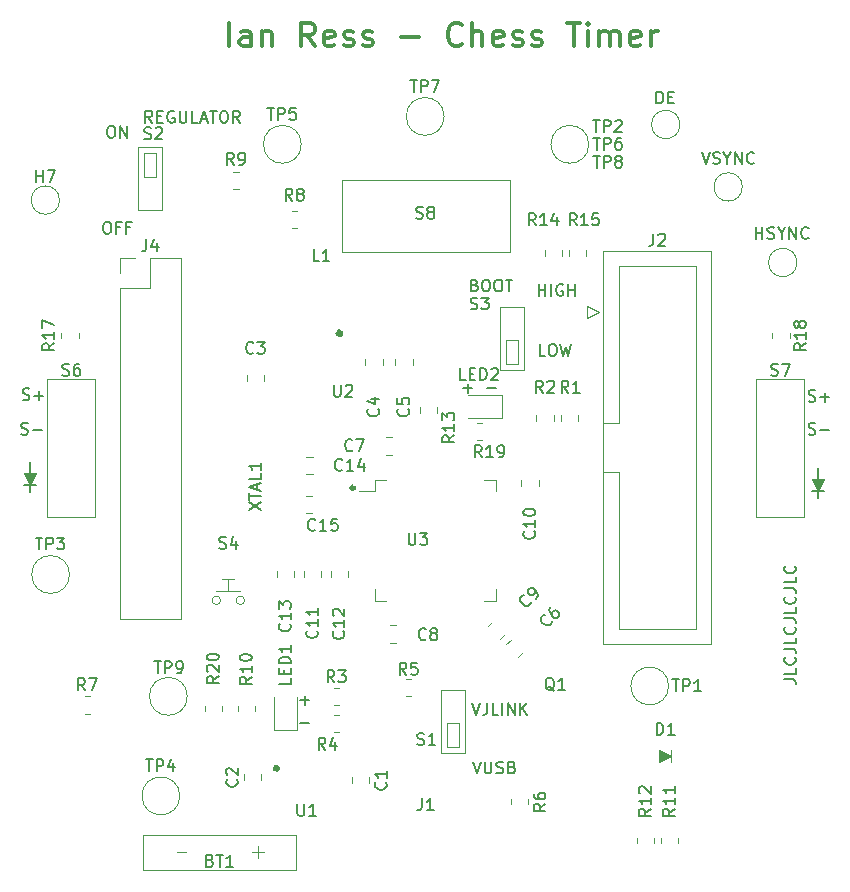
<source format=gbr>
%TF.GenerationSoftware,KiCad,Pcbnew,(5.1.10)-1*%
%TF.CreationDate,2021-12-17T12:10:03-05:00*%
%TF.ProjectId,Chess-Timer-RevA,43686573-732d-4546-996d-65722d526576,rev?*%
%TF.SameCoordinates,Original*%
%TF.FileFunction,Legend,Top*%
%TF.FilePolarity,Positive*%
%FSLAX46Y46*%
G04 Gerber Fmt 4.6, Leading zero omitted, Abs format (unit mm)*
G04 Created by KiCad (PCBNEW (5.1.10)-1) date 2021-12-17 12:10:03*
%MOMM*%
%LPD*%
G01*
G04 APERTURE LIST*
%ADD10C,0.150000*%
%ADD11C,0.300000*%
%ADD12C,0.100000*%
%ADD13C,0.500000*%
%ADD14C,0.120000*%
G04 APERTURE END LIST*
D10*
X65339980Y17453552D02*
X66054266Y17453552D01*
X66197123Y17405933D01*
X66292361Y17310695D01*
X66339980Y17167838D01*
X66339980Y17072600D01*
X66339980Y18405933D02*
X66339980Y17929742D01*
X65339980Y17929742D01*
X66244742Y19310695D02*
X66292361Y19263076D01*
X66339980Y19120219D01*
X66339980Y19024980D01*
X66292361Y18882123D01*
X66197123Y18786885D01*
X66101885Y18739266D01*
X65911409Y18691647D01*
X65768552Y18691647D01*
X65578076Y18739266D01*
X65482838Y18786885D01*
X65387600Y18882123D01*
X65339980Y19024980D01*
X65339980Y19120219D01*
X65387600Y19263076D01*
X65435219Y19310695D01*
X65339980Y20024980D02*
X66054266Y20024980D01*
X66197123Y19977361D01*
X66292361Y19882123D01*
X66339980Y19739266D01*
X66339980Y19644028D01*
X66339980Y20977361D02*
X66339980Y20501171D01*
X65339980Y20501171D01*
X66244742Y21882123D02*
X66292361Y21834504D01*
X66339980Y21691647D01*
X66339980Y21596409D01*
X66292361Y21453552D01*
X66197123Y21358314D01*
X66101885Y21310695D01*
X65911409Y21263076D01*
X65768552Y21263076D01*
X65578076Y21310695D01*
X65482838Y21358314D01*
X65387600Y21453552D01*
X65339980Y21596409D01*
X65339980Y21691647D01*
X65387600Y21834504D01*
X65435219Y21882123D01*
X65339980Y22596409D02*
X66054266Y22596409D01*
X66197123Y22548790D01*
X66292361Y22453552D01*
X66339980Y22310695D01*
X66339980Y22215457D01*
X66339980Y23548790D02*
X66339980Y23072600D01*
X65339980Y23072600D01*
X66244742Y24453552D02*
X66292361Y24405933D01*
X66339980Y24263076D01*
X66339980Y24167838D01*
X66292361Y24024980D01*
X66197123Y23929742D01*
X66101885Y23882123D01*
X65911409Y23834504D01*
X65768552Y23834504D01*
X65578076Y23882123D01*
X65482838Y23929742D01*
X65387600Y24024980D01*
X65339980Y24167838D01*
X65339980Y24263076D01*
X65387600Y24405933D01*
X65435219Y24453552D01*
X65339980Y25167838D02*
X66054266Y25167838D01*
X66197123Y25120219D01*
X66292361Y25024980D01*
X66339980Y24882123D01*
X66339980Y24786885D01*
X66339980Y26120219D02*
X66339980Y25644028D01*
X65339980Y25644028D01*
X66244742Y27024980D02*
X66292361Y26977361D01*
X66339980Y26834504D01*
X66339980Y26739266D01*
X66292361Y26596409D01*
X66197123Y26501171D01*
X66101885Y26453552D01*
X65911409Y26405933D01*
X65768552Y26405933D01*
X65578076Y26453552D01*
X65482838Y26501171D01*
X65387600Y26596409D01*
X65339980Y26739266D01*
X65339980Y26834504D01*
X65387600Y26977361D01*
X65435219Y27024980D01*
D11*
X18372799Y71028038D02*
X18372799Y73028038D01*
X20182323Y71028038D02*
X20182323Y72075657D01*
X20087085Y72266133D01*
X19896609Y72361371D01*
X19515657Y72361371D01*
X19325180Y72266133D01*
X20182323Y71123276D02*
X19991847Y71028038D01*
X19515657Y71028038D01*
X19325180Y71123276D01*
X19229942Y71313752D01*
X19229942Y71504228D01*
X19325180Y71694704D01*
X19515657Y71789942D01*
X19991847Y71789942D01*
X20182323Y71885180D01*
X21134704Y72361371D02*
X21134704Y71028038D01*
X21134704Y72170895D02*
X21229942Y72266133D01*
X21420419Y72361371D01*
X21706133Y72361371D01*
X21896609Y72266133D01*
X21991847Y72075657D01*
X21991847Y71028038D01*
X25610895Y71028038D02*
X24944228Y71980419D01*
X24468038Y71028038D02*
X24468038Y73028038D01*
X25229942Y73028038D01*
X25420419Y72932800D01*
X25515657Y72837561D01*
X25610895Y72647085D01*
X25610895Y72361371D01*
X25515657Y72170895D01*
X25420419Y72075657D01*
X25229942Y71980419D01*
X24468038Y71980419D01*
X27229942Y71123276D02*
X27039466Y71028038D01*
X26658514Y71028038D01*
X26468038Y71123276D01*
X26372799Y71313752D01*
X26372799Y72075657D01*
X26468038Y72266133D01*
X26658514Y72361371D01*
X27039466Y72361371D01*
X27229942Y72266133D01*
X27325180Y72075657D01*
X27325180Y71885180D01*
X26372799Y71694704D01*
X28087085Y71123276D02*
X28277561Y71028038D01*
X28658514Y71028038D01*
X28848990Y71123276D01*
X28944228Y71313752D01*
X28944228Y71408990D01*
X28848990Y71599466D01*
X28658514Y71694704D01*
X28372799Y71694704D01*
X28182323Y71789942D01*
X28087085Y71980419D01*
X28087085Y72075657D01*
X28182323Y72266133D01*
X28372799Y72361371D01*
X28658514Y72361371D01*
X28848990Y72266133D01*
X29706133Y71123276D02*
X29896609Y71028038D01*
X30277561Y71028038D01*
X30468038Y71123276D01*
X30563276Y71313752D01*
X30563276Y71408990D01*
X30468038Y71599466D01*
X30277561Y71694704D01*
X29991847Y71694704D01*
X29801371Y71789942D01*
X29706133Y71980419D01*
X29706133Y72075657D01*
X29801371Y72266133D01*
X29991847Y72361371D01*
X30277561Y72361371D01*
X30468038Y72266133D01*
X32944228Y71789942D02*
X34468038Y71789942D01*
X38087085Y71218514D02*
X37991847Y71123276D01*
X37706133Y71028038D01*
X37515657Y71028038D01*
X37229942Y71123276D01*
X37039466Y71313752D01*
X36944228Y71504228D01*
X36848990Y71885180D01*
X36848990Y72170895D01*
X36944228Y72551847D01*
X37039466Y72742323D01*
X37229942Y72932800D01*
X37515657Y73028038D01*
X37706133Y73028038D01*
X37991847Y72932800D01*
X38087085Y72837561D01*
X38944228Y71028038D02*
X38944228Y73028038D01*
X39801371Y71028038D02*
X39801371Y72075657D01*
X39706133Y72266133D01*
X39515657Y72361371D01*
X39229942Y72361371D01*
X39039466Y72266133D01*
X38944228Y72170895D01*
X41515657Y71123276D02*
X41325180Y71028038D01*
X40944228Y71028038D01*
X40753752Y71123276D01*
X40658514Y71313752D01*
X40658514Y72075657D01*
X40753752Y72266133D01*
X40944228Y72361371D01*
X41325180Y72361371D01*
X41515657Y72266133D01*
X41610895Y72075657D01*
X41610895Y71885180D01*
X40658514Y71694704D01*
X42372799Y71123276D02*
X42563276Y71028038D01*
X42944228Y71028038D01*
X43134704Y71123276D01*
X43229942Y71313752D01*
X43229942Y71408990D01*
X43134704Y71599466D01*
X42944228Y71694704D01*
X42658514Y71694704D01*
X42468038Y71789942D01*
X42372799Y71980419D01*
X42372799Y72075657D01*
X42468038Y72266133D01*
X42658514Y72361371D01*
X42944228Y72361371D01*
X43134704Y72266133D01*
X43991847Y71123276D02*
X44182323Y71028038D01*
X44563276Y71028038D01*
X44753752Y71123276D01*
X44848990Y71313752D01*
X44848990Y71408990D01*
X44753752Y71599466D01*
X44563276Y71694704D01*
X44277561Y71694704D01*
X44087085Y71789942D01*
X43991847Y71980419D01*
X43991847Y72075657D01*
X44087085Y72266133D01*
X44277561Y72361371D01*
X44563276Y72361371D01*
X44753752Y72266133D01*
X46944228Y73028038D02*
X48087085Y73028038D01*
X47515657Y71028038D02*
X47515657Y73028038D01*
X48753752Y71028038D02*
X48753752Y72361371D01*
X48753752Y73028038D02*
X48658514Y72932800D01*
X48753752Y72837561D01*
X48848990Y72932800D01*
X48753752Y73028038D01*
X48753752Y72837561D01*
X49706133Y71028038D02*
X49706133Y72361371D01*
X49706133Y72170895D02*
X49801371Y72266133D01*
X49991847Y72361371D01*
X50277561Y72361371D01*
X50468038Y72266133D01*
X50563276Y72075657D01*
X50563276Y71028038D01*
X50563276Y72075657D02*
X50658514Y72266133D01*
X50848990Y72361371D01*
X51134704Y72361371D01*
X51325180Y72266133D01*
X51420419Y72075657D01*
X51420419Y71028038D01*
X53134704Y71123276D02*
X52944228Y71028038D01*
X52563276Y71028038D01*
X52372799Y71123276D01*
X52277561Y71313752D01*
X52277561Y72075657D01*
X52372799Y72266133D01*
X52563276Y72361371D01*
X52944228Y72361371D01*
X53134704Y72266133D01*
X53229942Y72075657D01*
X53229942Y71885180D01*
X52277561Y71694704D01*
X54087085Y71028038D02*
X54087085Y72361371D01*
X54087085Y71980419D02*
X54182323Y72170895D01*
X54277561Y72266133D01*
X54468038Y72361371D01*
X54658514Y72361371D01*
X28979000Y33655000D02*
G75*
G03*
X28979000Y33655000I-150000J0D01*
G01*
D10*
X24384047Y13771571D02*
X25145952Y13771571D01*
X24384047Y15676571D02*
X25145952Y15676571D01*
X24765000Y15295619D02*
X24765000Y16057523D01*
X746238Y38203238D02*
X889095Y38155619D01*
X1127190Y38155619D01*
X1222428Y38203238D01*
X1270047Y38250857D01*
X1317666Y38346095D01*
X1317666Y38441333D01*
X1270047Y38536571D01*
X1222428Y38584190D01*
X1127190Y38631809D01*
X936714Y38679428D01*
X841476Y38727047D01*
X793857Y38774666D01*
X746238Y38869904D01*
X746238Y38965142D01*
X793857Y39060380D01*
X841476Y39108000D01*
X936714Y39155619D01*
X1174809Y39155619D01*
X1317666Y39108000D01*
X1746238Y38536571D02*
X2508142Y38536571D01*
X873238Y41124238D02*
X1016095Y41076619D01*
X1254190Y41076619D01*
X1349428Y41124238D01*
X1397047Y41171857D01*
X1444666Y41267095D01*
X1444666Y41362333D01*
X1397047Y41457571D01*
X1349428Y41505190D01*
X1254190Y41552809D01*
X1063714Y41600428D01*
X968476Y41648047D01*
X920857Y41695666D01*
X873238Y41790904D01*
X873238Y41886142D01*
X920857Y41981380D01*
X968476Y42029000D01*
X1063714Y42076619D01*
X1301809Y42076619D01*
X1444666Y42029000D01*
X1873238Y41457571D02*
X2635142Y41457571D01*
X2254190Y41076619D02*
X2254190Y41838523D01*
X67421238Y38203238D02*
X67564095Y38155619D01*
X67802190Y38155619D01*
X67897428Y38203238D01*
X67945047Y38250857D01*
X67992666Y38346095D01*
X67992666Y38441333D01*
X67945047Y38536571D01*
X67897428Y38584190D01*
X67802190Y38631809D01*
X67611714Y38679428D01*
X67516476Y38727047D01*
X67468857Y38774666D01*
X67421238Y38869904D01*
X67421238Y38965142D01*
X67468857Y39060380D01*
X67516476Y39108000D01*
X67611714Y39155619D01*
X67849809Y39155619D01*
X67992666Y39108000D01*
X68421238Y38536571D02*
X69183142Y38536571D01*
X67421238Y40997238D02*
X67564095Y40949619D01*
X67802190Y40949619D01*
X67897428Y40997238D01*
X67945047Y41044857D01*
X67992666Y41140095D01*
X67992666Y41235333D01*
X67945047Y41330571D01*
X67897428Y41378190D01*
X67802190Y41425809D01*
X67611714Y41473428D01*
X67516476Y41521047D01*
X67468857Y41568666D01*
X67421238Y41663904D01*
X67421238Y41759142D01*
X67468857Y41854380D01*
X67516476Y41902000D01*
X67611714Y41949619D01*
X67849809Y41949619D01*
X67992666Y41902000D01*
X68421238Y41330571D02*
X69183142Y41330571D01*
X68802190Y40949619D02*
X68802190Y41711523D01*
X1524000Y33909000D02*
X1524000Y33274000D01*
X1524000Y34925000D02*
X1524000Y35814000D01*
X1016000Y33909000D02*
X2032000Y33909000D01*
D12*
G36*
X1524000Y33909000D02*
G01*
X1016000Y34925000D01*
X2032000Y34925000D01*
X1524000Y33909000D01*
G37*
X1524000Y33909000D02*
X1016000Y34925000D01*
X2032000Y34925000D01*
X1524000Y33909000D01*
D10*
X68199000Y33401000D02*
X68199000Y32766000D01*
X68199000Y34417000D02*
X68199000Y35306000D01*
X67691000Y33401000D02*
X68707000Y33401000D01*
D12*
G36*
X68199000Y33401000D02*
G01*
X67691000Y34417000D01*
X68707000Y34417000D01*
X68199000Y33401000D01*
G37*
X68199000Y33401000D02*
X67691000Y34417000D01*
X68707000Y34417000D01*
X68199000Y33401000D01*
D10*
X11835238Y64571619D02*
X11501904Y65047809D01*
X11263809Y64571619D02*
X11263809Y65571619D01*
X11644761Y65571619D01*
X11740000Y65524000D01*
X11787619Y65476380D01*
X11835238Y65381142D01*
X11835238Y65238285D01*
X11787619Y65143047D01*
X11740000Y65095428D01*
X11644761Y65047809D01*
X11263809Y65047809D01*
X12263809Y65095428D02*
X12597142Y65095428D01*
X12740000Y64571619D02*
X12263809Y64571619D01*
X12263809Y65571619D01*
X12740000Y65571619D01*
X13692380Y65524000D02*
X13597142Y65571619D01*
X13454285Y65571619D01*
X13311428Y65524000D01*
X13216190Y65428761D01*
X13168571Y65333523D01*
X13120952Y65143047D01*
X13120952Y65000190D01*
X13168571Y64809714D01*
X13216190Y64714476D01*
X13311428Y64619238D01*
X13454285Y64571619D01*
X13549523Y64571619D01*
X13692380Y64619238D01*
X13740000Y64666857D01*
X13740000Y65000190D01*
X13549523Y65000190D01*
X14168571Y65571619D02*
X14168571Y64762095D01*
X14216190Y64666857D01*
X14263809Y64619238D01*
X14359047Y64571619D01*
X14549523Y64571619D01*
X14644761Y64619238D01*
X14692380Y64666857D01*
X14740000Y64762095D01*
X14740000Y65571619D01*
X15692380Y64571619D02*
X15216190Y64571619D01*
X15216190Y65571619D01*
X15978095Y64857333D02*
X16454285Y64857333D01*
X15882857Y64571619D02*
X16216190Y65571619D01*
X16549523Y64571619D01*
X16740000Y65571619D02*
X17311428Y65571619D01*
X17025714Y64571619D02*
X17025714Y65571619D01*
X17835238Y65571619D02*
X18025714Y65571619D01*
X18120952Y65524000D01*
X18216190Y65428761D01*
X18263809Y65238285D01*
X18263809Y64904952D01*
X18216190Y64714476D01*
X18120952Y64619238D01*
X18025714Y64571619D01*
X17835238Y64571619D01*
X17740000Y64619238D01*
X17644761Y64714476D01*
X17597142Y64904952D01*
X17597142Y65238285D01*
X17644761Y65428761D01*
X17740000Y65524000D01*
X17835238Y65571619D01*
X19263809Y64571619D02*
X18930476Y65047809D01*
X18692380Y64571619D02*
X18692380Y65571619D01*
X19073333Y65571619D01*
X19168571Y65524000D01*
X19216190Y65476380D01*
X19263809Y65381142D01*
X19263809Y65238285D01*
X19216190Y65143047D01*
X19168571Y65095428D01*
X19073333Y65047809D01*
X18692380Y65047809D01*
X39155857Y50807928D02*
X39298714Y50760309D01*
X39346333Y50712690D01*
X39393952Y50617452D01*
X39393952Y50474595D01*
X39346333Y50379357D01*
X39298714Y50331738D01*
X39203476Y50284119D01*
X38822523Y50284119D01*
X38822523Y51284119D01*
X39155857Y51284119D01*
X39251095Y51236500D01*
X39298714Y51188880D01*
X39346333Y51093642D01*
X39346333Y50998404D01*
X39298714Y50903166D01*
X39251095Y50855547D01*
X39155857Y50807928D01*
X38822523Y50807928D01*
X40013000Y51284119D02*
X40203476Y51284119D01*
X40298714Y51236500D01*
X40393952Y51141261D01*
X40441571Y50950785D01*
X40441571Y50617452D01*
X40393952Y50426976D01*
X40298714Y50331738D01*
X40203476Y50284119D01*
X40013000Y50284119D01*
X39917761Y50331738D01*
X39822523Y50426976D01*
X39774904Y50617452D01*
X39774904Y50950785D01*
X39822523Y51141261D01*
X39917761Y51236500D01*
X40013000Y51284119D01*
X41060619Y51284119D02*
X41251095Y51284119D01*
X41346333Y51236500D01*
X41441571Y51141261D01*
X41489190Y50950785D01*
X41489190Y50617452D01*
X41441571Y50426976D01*
X41346333Y50331738D01*
X41251095Y50284119D01*
X41060619Y50284119D01*
X40965380Y50331738D01*
X40870142Y50426976D01*
X40822523Y50617452D01*
X40822523Y50950785D01*
X40870142Y51141261D01*
X40965380Y51236500D01*
X41060619Y51284119D01*
X41774904Y51284119D02*
X42346333Y51284119D01*
X42060619Y50284119D02*
X42060619Y51284119D01*
X44553380Y49903119D02*
X44553380Y50903119D01*
X44553380Y50426928D02*
X45124809Y50426928D01*
X45124809Y49903119D02*
X45124809Y50903119D01*
X45601000Y49903119D02*
X45601000Y50903119D01*
X46601000Y50855500D02*
X46505761Y50903119D01*
X46362904Y50903119D01*
X46220047Y50855500D01*
X46124809Y50760261D01*
X46077190Y50665023D01*
X46029571Y50474547D01*
X46029571Y50331690D01*
X46077190Y50141214D01*
X46124809Y50045976D01*
X46220047Y49950738D01*
X46362904Y49903119D01*
X46458142Y49903119D01*
X46601000Y49950738D01*
X46648619Y49998357D01*
X46648619Y50331690D01*
X46458142Y50331690D01*
X47077190Y49903119D02*
X47077190Y50903119D01*
X47077190Y50426928D02*
X47648619Y50426928D01*
X47648619Y49903119D02*
X47648619Y50903119D01*
X45124785Y44823119D02*
X44648595Y44823119D01*
X44648595Y45823119D01*
X45648595Y45823119D02*
X45839071Y45823119D01*
X45934309Y45775500D01*
X46029547Y45680261D01*
X46077166Y45489785D01*
X46077166Y45156452D01*
X46029547Y44965976D01*
X45934309Y44870738D01*
X45839071Y44823119D01*
X45648595Y44823119D01*
X45553357Y44870738D01*
X45458119Y44965976D01*
X45410500Y45156452D01*
X45410500Y45489785D01*
X45458119Y45680261D01*
X45553357Y45775500D01*
X45648595Y45823119D01*
X46410500Y45823119D02*
X46648595Y44823119D01*
X46839071Y45537404D01*
X47029547Y44823119D01*
X47267642Y45823119D01*
X40195547Y42092571D02*
X40957452Y42092571D01*
X38163547Y42092571D02*
X38925452Y42092571D01*
X38544500Y41711619D02*
X38544500Y42473523D01*
X49169795Y64784219D02*
X49741223Y64784219D01*
X49455509Y63784219D02*
X49455509Y64784219D01*
X50074557Y63784219D02*
X50074557Y64784219D01*
X50455509Y64784219D01*
X50550747Y64736600D01*
X50598366Y64688980D01*
X50645985Y64593742D01*
X50645985Y64450885D01*
X50598366Y64355647D01*
X50550747Y64308028D01*
X50455509Y64260409D01*
X50074557Y64260409D01*
X51026938Y64688980D02*
X51074557Y64736600D01*
X51169795Y64784219D01*
X51407890Y64784219D01*
X51503128Y64736600D01*
X51550747Y64688980D01*
X51598366Y64593742D01*
X51598366Y64498504D01*
X51550747Y64355647D01*
X50979319Y63784219D01*
X51598366Y63784219D01*
X49182495Y61761619D02*
X49753923Y61761619D01*
X49468209Y60761619D02*
X49468209Y61761619D01*
X50087257Y60761619D02*
X50087257Y61761619D01*
X50468209Y61761619D01*
X50563447Y61714000D01*
X50611066Y61666380D01*
X50658685Y61571142D01*
X50658685Y61428285D01*
X50611066Y61333047D01*
X50563447Y61285428D01*
X50468209Y61237809D01*
X50087257Y61237809D01*
X51230114Y61333047D02*
X51134876Y61380666D01*
X51087257Y61428285D01*
X51039638Y61523523D01*
X51039638Y61571142D01*
X51087257Y61666380D01*
X51134876Y61714000D01*
X51230114Y61761619D01*
X51420590Y61761619D01*
X51515828Y61714000D01*
X51563447Y61666380D01*
X51611066Y61571142D01*
X51611066Y61523523D01*
X51563447Y61428285D01*
X51515828Y61380666D01*
X51420590Y61333047D01*
X51230114Y61333047D01*
X51134876Y61285428D01*
X51087257Y61237809D01*
X51039638Y61142571D01*
X51039638Y60952095D01*
X51087257Y60856857D01*
X51134876Y60809238D01*
X51230114Y60761619D01*
X51420590Y60761619D01*
X51515828Y60809238D01*
X51563447Y60856857D01*
X51611066Y60952095D01*
X51611066Y61142571D01*
X51563447Y61237809D01*
X51515828Y61285428D01*
X51420590Y61333047D01*
X7937619Y56173619D02*
X8128095Y56173619D01*
X8223333Y56126000D01*
X8318571Y56030761D01*
X8366190Y55840285D01*
X8366190Y55506952D01*
X8318571Y55316476D01*
X8223333Y55221238D01*
X8128095Y55173619D01*
X7937619Y55173619D01*
X7842380Y55221238D01*
X7747142Y55316476D01*
X7699523Y55506952D01*
X7699523Y55840285D01*
X7747142Y56030761D01*
X7842380Y56126000D01*
X7937619Y56173619D01*
X9128095Y55697428D02*
X8794761Y55697428D01*
X8794761Y55173619D02*
X8794761Y56173619D01*
X9270952Y56173619D01*
X9985238Y55697428D02*
X9651904Y55697428D01*
X9651904Y55173619D02*
X9651904Y56173619D01*
X10128095Y56173619D01*
X8270952Y64301619D02*
X8461428Y64301619D01*
X8556666Y64254000D01*
X8651904Y64158761D01*
X8699523Y63968285D01*
X8699523Y63634952D01*
X8651904Y63444476D01*
X8556666Y63349238D01*
X8461428Y63301619D01*
X8270952Y63301619D01*
X8175714Y63349238D01*
X8080476Y63444476D01*
X8032857Y63634952D01*
X8032857Y63968285D01*
X8080476Y64158761D01*
X8175714Y64254000D01*
X8270952Y64301619D01*
X9128095Y63301619D02*
X9128095Y64301619D01*
X9699523Y63301619D01*
X9699523Y64301619D01*
X38984466Y10479019D02*
X39317800Y9479019D01*
X39651133Y10479019D01*
X39984466Y10479019D02*
X39984466Y9669495D01*
X40032085Y9574257D01*
X40079704Y9526638D01*
X40174942Y9479019D01*
X40365419Y9479019D01*
X40460657Y9526638D01*
X40508276Y9574257D01*
X40555895Y9669495D01*
X40555895Y10479019D01*
X40984466Y9526638D02*
X41127323Y9479019D01*
X41365419Y9479019D01*
X41460657Y9526638D01*
X41508276Y9574257D01*
X41555895Y9669495D01*
X41555895Y9764733D01*
X41508276Y9859971D01*
X41460657Y9907590D01*
X41365419Y9955209D01*
X41174942Y10002828D01*
X41079704Y10050447D01*
X41032085Y10098066D01*
X40984466Y10193304D01*
X40984466Y10288542D01*
X41032085Y10383780D01*
X41079704Y10431400D01*
X41174942Y10479019D01*
X41413038Y10479019D01*
X41555895Y10431400D01*
X42317800Y10002828D02*
X42460657Y9955209D01*
X42508276Y9907590D01*
X42555895Y9812352D01*
X42555895Y9669495D01*
X42508276Y9574257D01*
X42460657Y9526638D01*
X42365419Y9479019D01*
X41984466Y9479019D01*
X41984466Y10479019D01*
X42317800Y10479019D01*
X42413038Y10431400D01*
X42460657Y10383780D01*
X42508276Y10288542D01*
X42508276Y10193304D01*
X42460657Y10098066D01*
X42413038Y10050447D01*
X42317800Y10002828D01*
X41984466Y10002828D01*
X38919447Y15432019D02*
X39252780Y14432019D01*
X39586114Y15432019D01*
X40205161Y15432019D02*
X40205161Y14717733D01*
X40157542Y14574876D01*
X40062304Y14479638D01*
X39919447Y14432019D01*
X39824209Y14432019D01*
X41157542Y14432019D02*
X40681352Y14432019D01*
X40681352Y15432019D01*
X41490876Y14432019D02*
X41490876Y15432019D01*
X41967066Y14432019D02*
X41967066Y15432019D01*
X42538495Y14432019D01*
X42538495Y15432019D01*
X43014685Y14432019D02*
X43014685Y15432019D01*
X43586114Y14432019D02*
X43157542Y15003447D01*
X43586114Y15432019D02*
X43014685Y14860590D01*
D13*
%TO.C,U2*%
X27786000Y46736000D02*
G75*
G03*
X27786000Y46736000I-100000J0D01*
G01*
D14*
%TO.C,C15*%
X25407252Y31523000D02*
X24884748Y31523000D01*
X25407252Y32993000D02*
X24884748Y32993000D01*
%TO.C,C14*%
X25428752Y34825000D02*
X24906248Y34825000D01*
X25428752Y36295000D02*
X24906248Y36295000D01*
%TO.C,D1*%
X55803800Y11430000D02*
X55803800Y10414000D01*
D12*
G36*
X55803800Y10922000D02*
G01*
X54787800Y10414000D01*
X54787800Y11430000D01*
X55803800Y10922000D01*
G37*
X55803800Y10922000D02*
X54787800Y10414000D01*
X54787800Y11430000D01*
X55803800Y10922000D01*
D14*
%TO.C,TP9*%
X14808000Y16002000D02*
G75*
G03*
X14808000Y16002000I-1600000J0D01*
G01*
%TO.C,H7*%
X3994000Y58013600D02*
G75*
G03*
X3994000Y58013600I-1200000J0D01*
G01*
%TO.C,H3*%
X66427200Y52730400D02*
G75*
G03*
X66427200Y52730400I-1200000J0D01*
G01*
%TO.C,H2*%
X61804400Y59131200D02*
G75*
G03*
X61804400Y59131200I-1200000J0D01*
G01*
%TO.C,H1*%
X56521200Y64414400D02*
G75*
G03*
X56521200Y64414400I-1200000J0D01*
G01*
%TO.C,C8*%
X32519252Y22007500D02*
X31996748Y22007500D01*
X32519252Y20537500D02*
X31996748Y20537500D01*
%TO.C,C1*%
X28729000Y8628748D02*
X28729000Y9151252D01*
X30199000Y8628748D02*
X30199000Y9151252D01*
%TO.C,C2*%
X19585000Y8882748D02*
X19585000Y9405252D01*
X21055000Y8882748D02*
X21055000Y9405252D01*
%TO.C,C3*%
X19839000Y43187252D02*
X19839000Y42664748D01*
X21309000Y43187252D02*
X21309000Y42664748D01*
%TO.C,C4*%
X29872000Y44584252D02*
X29872000Y44061748D01*
X31342000Y44584252D02*
X31342000Y44061748D01*
%TO.C,C5*%
X33882000Y44584252D02*
X33882000Y44061748D01*
X32412000Y44584252D02*
X32412000Y44061748D01*
%TO.C,C6*%
X42184610Y20770457D02*
X41815143Y20400990D01*
X43224057Y19731010D02*
X42854590Y19361543D01*
%TO.C,C7*%
X31615748Y37946000D02*
X32138252Y37946000D01*
X31615748Y36476000D02*
X32138252Y36476000D01*
%TO.C,C9*%
X41674657Y21255010D02*
X41305190Y20885543D01*
X40635210Y22294457D02*
X40265743Y21924990D01*
%TO.C,C10*%
X43080000Y34297252D02*
X43080000Y33774748D01*
X44550000Y34297252D02*
X44550000Y33774748D01*
%TO.C,C11*%
X26135000Y26078548D02*
X26135000Y26601052D01*
X24665000Y26078548D02*
X24665000Y26601052D01*
%TO.C,C12*%
X26951000Y26078548D02*
X26951000Y26601052D01*
X28421000Y26078548D02*
X28421000Y26601052D01*
%TO.C,C13*%
X23849000Y26601052D02*
X23849000Y26078548D01*
X22379000Y26601052D02*
X22379000Y26078548D01*
%TO.C,J2*%
X50050000Y53724000D02*
X59170000Y53724000D01*
X59170000Y53724000D02*
X59170000Y20444000D01*
X59170000Y20444000D02*
X50050000Y20444000D01*
X50050000Y20444000D02*
X50050000Y53724000D01*
X50050000Y39134000D02*
X51360000Y39134000D01*
X51360000Y39134000D02*
X51360000Y52424000D01*
X51360000Y52424000D02*
X57860000Y52424000D01*
X57860000Y52424000D02*
X57860000Y21744000D01*
X57860000Y21744000D02*
X51360000Y21744000D01*
X51360000Y21744000D02*
X51360000Y35034000D01*
X51360000Y35034000D02*
X51360000Y35034000D01*
X51360000Y35034000D02*
X50050000Y35034000D01*
X49660000Y48514000D02*
X48660000Y49014000D01*
X48660000Y49014000D02*
X48660000Y48014000D01*
X48660000Y48014000D02*
X49660000Y48514000D01*
%TO.C,J4*%
X9084000Y22546000D02*
X14284000Y22546000D01*
X9084000Y50546000D02*
X9084000Y22546000D01*
X14284000Y53146000D02*
X14284000Y22546000D01*
X9084000Y50546000D02*
X11684000Y50546000D01*
X11684000Y50546000D02*
X11684000Y53146000D01*
X11684000Y53146000D02*
X14284000Y53146000D01*
X9084000Y51816000D02*
X9084000Y53146000D01*
X9084000Y53146000D02*
X10414000Y53146000D01*
%TO.C,LED1*%
X22154000Y15986000D02*
X22154000Y13126000D01*
X22154000Y13126000D02*
X24074000Y13126000D01*
X24074000Y13126000D02*
X24074000Y15986000D01*
%TO.C,LED2*%
X41420500Y41473000D02*
X38560500Y41473000D01*
X41420500Y39553000D02*
X41420500Y41473000D01*
X38560500Y39553000D02*
X41420500Y39553000D01*
%TO.C,R1*%
X46445500Y39787564D02*
X46445500Y39333436D01*
X47915500Y39787564D02*
X47915500Y39333436D01*
%TO.C,R2*%
X45820000Y39787564D02*
X45820000Y39333436D01*
X44350000Y39787564D02*
X44350000Y39333436D01*
%TO.C,R3*%
X27659064Y15267000D02*
X27204936Y15267000D01*
X27659064Y16737000D02*
X27204936Y16737000D01*
%TO.C,R4*%
X27659064Y14451000D02*
X27204936Y14451000D01*
X27659064Y12981000D02*
X27204936Y12981000D01*
%TO.C,R5*%
X33300936Y17499000D02*
X33755064Y17499000D01*
X33300936Y16029000D02*
X33755064Y16029000D01*
%TO.C,R6*%
X43661000Y7339064D02*
X43661000Y6884936D01*
X42191000Y7339064D02*
X42191000Y6884936D01*
%TO.C,R7*%
X6577064Y16000400D02*
X6122936Y16000400D01*
X6577064Y14530400D02*
X6122936Y14530400D01*
%TO.C,R8*%
X23648936Y57123000D02*
X24103064Y57123000D01*
X23648936Y55653000D02*
X24103064Y55653000D01*
%TO.C,R9*%
X19150064Y60425000D02*
X18695936Y60425000D01*
X19150064Y58955000D02*
X18695936Y58955000D01*
%TO.C,R10*%
X20547000Y14758936D02*
X20547000Y15213064D01*
X19077000Y14758936D02*
X19077000Y15213064D01*
%TO.C,R11*%
X54891000Y4037064D02*
X54891000Y3582936D01*
X56361000Y4037064D02*
X56361000Y3582936D01*
%TO.C,R12*%
X52859000Y3582936D02*
X52859000Y4037064D01*
X54329000Y3582936D02*
X54329000Y4037064D01*
%TO.C,R13*%
X35990200Y40006536D02*
X35990200Y40460664D01*
X34520200Y40006536D02*
X34520200Y40460664D01*
%TO.C,R14*%
X45086600Y53316136D02*
X45086600Y53770264D01*
X46556600Y53316136D02*
X46556600Y53770264D01*
%TO.C,R15*%
X48588600Y53316136D02*
X48588600Y53770264D01*
X47118600Y53316136D02*
X47118600Y53770264D01*
%TO.C,R17*%
X5611800Y46759864D02*
X5611800Y46305736D01*
X4141800Y46759864D02*
X4141800Y46305736D01*
%TO.C,R18*%
X64339800Y46759864D02*
X64339800Y46305736D01*
X65809800Y46759864D02*
X65809800Y46305736D01*
%TO.C,R19*%
X39333436Y39152500D02*
X39787564Y39152500D01*
X39333436Y37682500D02*
X39787564Y37682500D01*
%TO.C,R20*%
X17753000Y15213064D02*
X17753000Y14758936D01*
X16283000Y15213064D02*
X16283000Y14758936D01*
%TO.C,S1*%
X37846000Y13716000D02*
X37846000Y11684000D01*
X38354000Y11176000D02*
X38354000Y16510000D01*
X37846000Y11176000D02*
X38354000Y11176000D01*
X37338000Y11176000D02*
X36322000Y11176000D01*
X36830000Y13716000D02*
X37846000Y13716000D01*
X37338000Y11176000D02*
X37846000Y11176000D01*
X37338000Y16510000D02*
X37846000Y16510000D01*
X36322000Y16510000D02*
X37338000Y16510000D01*
X37846000Y16510000D02*
X38354000Y16510000D01*
X36322000Y11176000D02*
X36322000Y16510000D01*
X36830000Y13716000D02*
X36830000Y11684000D01*
X36830000Y11684000D02*
X37846000Y11684000D01*
%TO.C,S2*%
X11176000Y59944000D02*
X11176000Y61976000D01*
X10668000Y62484000D02*
X10668000Y57150000D01*
X11176000Y62484000D02*
X10668000Y62484000D01*
X11684000Y62484000D02*
X12700000Y62484000D01*
X12192000Y59944000D02*
X11176000Y59944000D01*
X11684000Y62484000D02*
X11176000Y62484000D01*
X11684000Y57150000D02*
X11176000Y57150000D01*
X12700000Y57150000D02*
X11684000Y57150000D01*
X11176000Y57150000D02*
X10668000Y57150000D01*
X12700000Y62484000D02*
X12700000Y57150000D01*
X12192000Y59944000D02*
X12192000Y61976000D01*
X12192000Y61976000D02*
X11176000Y61976000D01*
%TO.C,S3*%
X41783000Y44132500D02*
X42799000Y44132500D01*
X41783000Y46164500D02*
X41783000Y44132500D01*
X41275000Y43624500D02*
X41275000Y48958500D01*
X42799000Y48958500D02*
X43307000Y48958500D01*
X41275000Y48958500D02*
X42291000Y48958500D01*
X42291000Y48958500D02*
X42799000Y48958500D01*
X42291000Y43624500D02*
X42799000Y43624500D01*
X41783000Y46164500D02*
X42799000Y46164500D01*
X42291000Y43624500D02*
X41275000Y43624500D01*
X42799000Y43624500D02*
X43307000Y43624500D01*
X43307000Y43624500D02*
X43307000Y48958500D01*
X42799000Y46164500D02*
X42799000Y44132500D01*
%TO.C,S4*%
X17631210Y24130000D02*
G75*
G03*
X17631210Y24130000I-359210J0D01*
G01*
X19663210Y24130000D02*
G75*
G03*
X19663210Y24130000I-359210J0D01*
G01*
X17780000Y25908000D02*
X18796000Y25908000D01*
X18288000Y24892000D02*
X18288000Y25908000D01*
X17272000Y24892000D02*
X19304000Y24892000D01*
%TO.C,TP1*%
X55562300Y16878300D02*
G75*
G03*
X55562300Y16878300I-1600000J0D01*
G01*
%TO.C,TP3*%
X4838500Y26314400D02*
G75*
G03*
X4838500Y26314400I-1600000J0D01*
G01*
%TO.C,TP4*%
X14173000Y7569200D02*
G75*
G03*
X14173000Y7569200I-1600000J0D01*
G01*
%TO.C,TP5*%
X24460000Y62738000D02*
G75*
G03*
X24460000Y62738000I-1600000J0D01*
G01*
%TO.C,TP6*%
X48800000Y62738000D02*
G75*
G03*
X48800000Y62738000I-1600000J0D01*
G01*
%TO.C,TP7*%
X36550400Y65100200D02*
G75*
G03*
X36550400Y65100200I-1600000J0D01*
G01*
%TO.C,U3*%
X39974000Y24100000D02*
X40924000Y24100000D01*
X40924000Y24100000D02*
X40924000Y25050000D01*
X31654000Y24100000D02*
X30704000Y24100000D01*
X30704000Y24100000D02*
X30704000Y25050000D01*
X39974000Y34320000D02*
X40924000Y34320000D01*
X40924000Y34320000D02*
X40924000Y33370000D01*
X31654000Y34320000D02*
X30704000Y34320000D01*
X30704000Y34320000D02*
X30704000Y33370000D01*
X30704000Y33370000D02*
X29364000Y33370000D01*
%TO.C,BT1*%
X24026000Y1294000D02*
X24026000Y4294000D01*
X24026000Y4294000D02*
X11026000Y4294000D01*
X11026000Y4294000D02*
X11026000Y1294000D01*
X11026000Y1294000D02*
X24026000Y1294000D01*
X21336000Y2794000D02*
X20320000Y2794000D01*
X20828000Y2286000D02*
X20828000Y3302000D01*
X14732000Y2794000D02*
X13970000Y2794000D01*
%TO.C,S8*%
X27888000Y53594000D02*
X42112000Y53594000D01*
X27888000Y59690000D02*
X27888000Y53594000D01*
X42112000Y59690000D02*
X27888000Y59690000D01*
X42112000Y53594000D02*
X42112000Y59690000D01*
D13*
%TO.C,U1*%
X22427000Y9906000D02*
G75*
G03*
X22427000Y9906000I-75000J0D01*
G01*
D14*
%TO.C,S6*%
X2968000Y42842000D02*
X2968000Y31158000D01*
X7032000Y42842000D02*
X7032000Y31158000D01*
X2968000Y42842000D02*
X7032000Y42842000D01*
X2968000Y31158000D02*
X7032000Y31158000D01*
%TO.C,S7*%
X62968000Y42842000D02*
X67032000Y42842000D01*
X62968000Y42842000D02*
X62968000Y31158000D01*
X62968000Y31158000D02*
X67032000Y31158000D01*
X67032000Y42842000D02*
X67032000Y31158000D01*
%TO.C,U2*%
D10*
X27228895Y42381419D02*
X27228895Y41571895D01*
X27276514Y41476657D01*
X27324133Y41429038D01*
X27419371Y41381419D01*
X27609847Y41381419D01*
X27705085Y41429038D01*
X27752704Y41476657D01*
X27800323Y41571895D01*
X27800323Y42381419D01*
X28228895Y42286180D02*
X28276514Y42333800D01*
X28371752Y42381419D01*
X28609847Y42381419D01*
X28705085Y42333800D01*
X28752704Y42286180D01*
X28800323Y42190942D01*
X28800323Y42095704D01*
X28752704Y41952847D01*
X28181276Y41381419D01*
X28800323Y41381419D01*
%TO.C,J1*%
X34667866Y7354819D02*
X34667866Y6640533D01*
X34620247Y6497676D01*
X34525009Y6402438D01*
X34382152Y6354819D01*
X34286914Y6354819D01*
X35667866Y6354819D02*
X35096438Y6354819D01*
X35382152Y6354819D02*
X35382152Y7354819D01*
X35286914Y7211961D01*
X35191676Y7116723D01*
X35096438Y7069104D01*
%TO.C,XTAL1*%
X20026380Y31758190D02*
X21026380Y32424857D01*
X20026380Y32424857D02*
X21026380Y31758190D01*
X20026380Y32662952D02*
X20026380Y33234380D01*
X21026380Y32948666D02*
X20026380Y32948666D01*
X20740666Y33520095D02*
X20740666Y33996285D01*
X21026380Y33424857D02*
X20026380Y33758190D01*
X21026380Y34091523D01*
X21026380Y34901047D02*
X21026380Y34424857D01*
X20026380Y34424857D01*
X21026380Y35758190D02*
X21026380Y35186761D01*
X21026380Y35472476D02*
X20026380Y35472476D01*
X20169238Y35377238D01*
X20264476Y35282000D01*
X20312095Y35186761D01*
%TO.C,C15*%
X25646142Y30122857D02*
X25598523Y30075238D01*
X25455666Y30027619D01*
X25360428Y30027619D01*
X25217571Y30075238D01*
X25122333Y30170476D01*
X25074714Y30265714D01*
X25027095Y30456190D01*
X25027095Y30599047D01*
X25074714Y30789523D01*
X25122333Y30884761D01*
X25217571Y30980000D01*
X25360428Y31027619D01*
X25455666Y31027619D01*
X25598523Y30980000D01*
X25646142Y30932380D01*
X26598523Y30027619D02*
X26027095Y30027619D01*
X26312809Y30027619D02*
X26312809Y31027619D01*
X26217571Y30884761D01*
X26122333Y30789523D01*
X26027095Y30741904D01*
X27503285Y31027619D02*
X27027095Y31027619D01*
X26979476Y30551428D01*
X27027095Y30599047D01*
X27122333Y30646666D01*
X27360428Y30646666D01*
X27455666Y30599047D01*
X27503285Y30551428D01*
X27550904Y30456190D01*
X27550904Y30218095D01*
X27503285Y30122857D01*
X27455666Y30075238D01*
X27360428Y30027619D01*
X27122333Y30027619D01*
X27027095Y30075238D01*
X26979476Y30122857D01*
%TO.C,C14*%
X27932142Y35202857D02*
X27884523Y35155238D01*
X27741666Y35107619D01*
X27646428Y35107619D01*
X27503571Y35155238D01*
X27408333Y35250476D01*
X27360714Y35345714D01*
X27313095Y35536190D01*
X27313095Y35679047D01*
X27360714Y35869523D01*
X27408333Y35964761D01*
X27503571Y36060000D01*
X27646428Y36107619D01*
X27741666Y36107619D01*
X27884523Y36060000D01*
X27932142Y36012380D01*
X28884523Y35107619D02*
X28313095Y35107619D01*
X28598809Y35107619D02*
X28598809Y36107619D01*
X28503571Y35964761D01*
X28408333Y35869523D01*
X28313095Y35821904D01*
X29741666Y35774285D02*
X29741666Y35107619D01*
X29503571Y36155238D02*
X29265476Y35440952D01*
X29884523Y35440952D01*
%TO.C,*%
%TO.C,D1*%
X54557704Y12755619D02*
X54557704Y13755619D01*
X54795800Y13755619D01*
X54938657Y13708000D01*
X55033895Y13612761D01*
X55081514Y13517523D01*
X55129133Y13327047D01*
X55129133Y13184190D01*
X55081514Y12993714D01*
X55033895Y12898476D01*
X54938657Y12803238D01*
X54795800Y12755619D01*
X54557704Y12755619D01*
X56081514Y12755619D02*
X55510085Y12755619D01*
X55795800Y12755619D02*
X55795800Y13755619D01*
X55700561Y13612761D01*
X55605323Y13517523D01*
X55510085Y13469904D01*
%TO.C,TP9*%
X12009595Y18962619D02*
X12581023Y18962619D01*
X12295309Y17962619D02*
X12295309Y18962619D01*
X12914357Y17962619D02*
X12914357Y18962619D01*
X13295309Y18962619D01*
X13390547Y18915000D01*
X13438166Y18867380D01*
X13485785Y18772142D01*
X13485785Y18629285D01*
X13438166Y18534047D01*
X13390547Y18486428D01*
X13295309Y18438809D01*
X12914357Y18438809D01*
X13961976Y17962619D02*
X14152452Y17962619D01*
X14247690Y18010238D01*
X14295309Y18057857D01*
X14390547Y18200714D01*
X14438166Y18391190D01*
X14438166Y18772142D01*
X14390547Y18867380D01*
X14342928Y18915000D01*
X14247690Y18962619D01*
X14057214Y18962619D01*
X13961976Y18915000D01*
X13914357Y18867380D01*
X13866738Y18772142D01*
X13866738Y18534047D01*
X13914357Y18438809D01*
X13961976Y18391190D01*
X14057214Y18343571D01*
X14247690Y18343571D01*
X14342928Y18391190D01*
X14390547Y18438809D01*
X14438166Y18534047D01*
%TO.C,H7*%
X2032095Y59559219D02*
X2032095Y60559219D01*
X2032095Y60083028D02*
X2603523Y60083028D01*
X2603523Y59559219D02*
X2603523Y60559219D01*
X2984476Y60559219D02*
X3651142Y60559219D01*
X3222571Y59559219D01*
%TO.C,H3*%
X62936714Y54741819D02*
X62936714Y55741819D01*
X62936714Y55265628D02*
X63508142Y55265628D01*
X63508142Y54741819D02*
X63508142Y55741819D01*
X63936714Y54789438D02*
X64079571Y54741819D01*
X64317666Y54741819D01*
X64412904Y54789438D01*
X64460523Y54837057D01*
X64508142Y54932295D01*
X64508142Y55027533D01*
X64460523Y55122771D01*
X64412904Y55170390D01*
X64317666Y55218009D01*
X64127190Y55265628D01*
X64031952Y55313247D01*
X63984333Y55360866D01*
X63936714Y55456104D01*
X63936714Y55551342D01*
X63984333Y55646580D01*
X64031952Y55694200D01*
X64127190Y55741819D01*
X64365285Y55741819D01*
X64508142Y55694200D01*
X65127190Y55218009D02*
X65127190Y54741819D01*
X64793857Y55741819D02*
X65127190Y55218009D01*
X65460523Y55741819D01*
X65793857Y54741819D02*
X65793857Y55741819D01*
X66365285Y54741819D01*
X66365285Y55741819D01*
X67412904Y54837057D02*
X67365285Y54789438D01*
X67222428Y54741819D01*
X67127190Y54741819D01*
X66984333Y54789438D01*
X66889095Y54884676D01*
X66841476Y54979914D01*
X66793857Y55170390D01*
X66793857Y55313247D01*
X66841476Y55503723D01*
X66889095Y55598961D01*
X66984333Y55694200D01*
X67127190Y55741819D01*
X67222428Y55741819D01*
X67365285Y55694200D01*
X67412904Y55646580D01*
%TO.C,H2*%
X58367895Y62091819D02*
X58701228Y61091819D01*
X59034561Y62091819D01*
X59320276Y61139438D02*
X59463133Y61091819D01*
X59701228Y61091819D01*
X59796466Y61139438D01*
X59844085Y61187057D01*
X59891704Y61282295D01*
X59891704Y61377533D01*
X59844085Y61472771D01*
X59796466Y61520390D01*
X59701228Y61568009D01*
X59510752Y61615628D01*
X59415514Y61663247D01*
X59367895Y61710866D01*
X59320276Y61806104D01*
X59320276Y61901342D01*
X59367895Y61996580D01*
X59415514Y62044200D01*
X59510752Y62091819D01*
X59748847Y62091819D01*
X59891704Y62044200D01*
X60510752Y61568009D02*
X60510752Y61091819D01*
X60177419Y62091819D02*
X60510752Y61568009D01*
X60844085Y62091819D01*
X61177419Y61091819D02*
X61177419Y62091819D01*
X61748847Y61091819D01*
X61748847Y62091819D01*
X62796466Y61187057D02*
X62748847Y61139438D01*
X62605990Y61091819D01*
X62510752Y61091819D01*
X62367895Y61139438D01*
X62272657Y61234676D01*
X62225038Y61329914D01*
X62177419Y61520390D01*
X62177419Y61663247D01*
X62225038Y61853723D01*
X62272657Y61948961D01*
X62367895Y62044200D01*
X62510752Y62091819D01*
X62605990Y62091819D01*
X62748847Y62044200D01*
X62796466Y61996580D01*
%TO.C,H1*%
X54530714Y66197219D02*
X54530714Y67197219D01*
X54768809Y67197219D01*
X54911666Y67149600D01*
X55006904Y67054361D01*
X55054523Y66959123D01*
X55102142Y66768647D01*
X55102142Y66625790D01*
X55054523Y66435314D01*
X55006904Y66340076D01*
X54911666Y66244838D01*
X54768809Y66197219D01*
X54530714Y66197219D01*
X55530714Y66721028D02*
X55864047Y66721028D01*
X56006904Y66197219D02*
X55530714Y66197219D01*
X55530714Y67197219D01*
X56006904Y67197219D01*
%TO.C,C8*%
X35012333Y20851857D02*
X34964714Y20804238D01*
X34821857Y20756619D01*
X34726619Y20756619D01*
X34583761Y20804238D01*
X34488523Y20899476D01*
X34440904Y20994714D01*
X34393285Y21185190D01*
X34393285Y21328047D01*
X34440904Y21518523D01*
X34488523Y21613761D01*
X34583761Y21709000D01*
X34726619Y21756619D01*
X34821857Y21756619D01*
X34964714Y21709000D01*
X35012333Y21661380D01*
X35583761Y21328047D02*
X35488523Y21375666D01*
X35440904Y21423285D01*
X35393285Y21518523D01*
X35393285Y21566142D01*
X35440904Y21661380D01*
X35488523Y21709000D01*
X35583761Y21756619D01*
X35774238Y21756619D01*
X35869476Y21709000D01*
X35917095Y21661380D01*
X35964714Y21566142D01*
X35964714Y21518523D01*
X35917095Y21423285D01*
X35869476Y21375666D01*
X35774238Y21328047D01*
X35583761Y21328047D01*
X35488523Y21280428D01*
X35440904Y21232809D01*
X35393285Y21137571D01*
X35393285Y20947095D01*
X35440904Y20851857D01*
X35488523Y20804238D01*
X35583761Y20756619D01*
X35774238Y20756619D01*
X35869476Y20804238D01*
X35917095Y20851857D01*
X35964714Y20947095D01*
X35964714Y21137571D01*
X35917095Y21232809D01*
X35869476Y21280428D01*
X35774238Y21328047D01*
%TO.C,C1*%
X31599142Y8723333D02*
X31646761Y8675714D01*
X31694380Y8532857D01*
X31694380Y8437619D01*
X31646761Y8294761D01*
X31551523Y8199523D01*
X31456285Y8151904D01*
X31265809Y8104285D01*
X31122952Y8104285D01*
X30932476Y8151904D01*
X30837238Y8199523D01*
X30742000Y8294761D01*
X30694380Y8437619D01*
X30694380Y8532857D01*
X30742000Y8675714D01*
X30789619Y8723333D01*
X31694380Y9675714D02*
X31694380Y9104285D01*
X31694380Y9390000D02*
X30694380Y9390000D01*
X30837238Y9294761D01*
X30932476Y9199523D01*
X30980095Y9104285D01*
%TO.C,C2*%
X18997142Y8977333D02*
X19044761Y8929714D01*
X19092380Y8786857D01*
X19092380Y8691619D01*
X19044761Y8548761D01*
X18949523Y8453523D01*
X18854285Y8405904D01*
X18663809Y8358285D01*
X18520952Y8358285D01*
X18330476Y8405904D01*
X18235238Y8453523D01*
X18140000Y8548761D01*
X18092380Y8691619D01*
X18092380Y8786857D01*
X18140000Y8929714D01*
X18187619Y8977333D01*
X18187619Y9358285D02*
X18140000Y9405904D01*
X18092380Y9501142D01*
X18092380Y9739238D01*
X18140000Y9834476D01*
X18187619Y9882095D01*
X18282857Y9929714D01*
X18378095Y9929714D01*
X18520952Y9882095D01*
X19092380Y9310666D01*
X19092380Y9929714D01*
%TO.C,C3*%
X20407333Y45108857D02*
X20359714Y45061238D01*
X20216857Y45013619D01*
X20121619Y45013619D01*
X19978761Y45061238D01*
X19883523Y45156476D01*
X19835904Y45251714D01*
X19788285Y45442190D01*
X19788285Y45585047D01*
X19835904Y45775523D01*
X19883523Y45870761D01*
X19978761Y45966000D01*
X20121619Y46013619D01*
X20216857Y46013619D01*
X20359714Y45966000D01*
X20407333Y45918380D01*
X20740666Y46013619D02*
X21359714Y46013619D01*
X21026380Y45632666D01*
X21169238Y45632666D01*
X21264476Y45585047D01*
X21312095Y45537428D01*
X21359714Y45442190D01*
X21359714Y45204095D01*
X21312095Y45108857D01*
X21264476Y45061238D01*
X21169238Y45013619D01*
X20883523Y45013619D01*
X20788285Y45061238D01*
X20740666Y45108857D01*
%TO.C,C4*%
X30964142Y40346333D02*
X31011761Y40298714D01*
X31059380Y40155857D01*
X31059380Y40060619D01*
X31011761Y39917761D01*
X30916523Y39822523D01*
X30821285Y39774904D01*
X30630809Y39727285D01*
X30487952Y39727285D01*
X30297476Y39774904D01*
X30202238Y39822523D01*
X30107000Y39917761D01*
X30059380Y40060619D01*
X30059380Y40155857D01*
X30107000Y40298714D01*
X30154619Y40346333D01*
X30392714Y41203476D02*
X31059380Y41203476D01*
X30011761Y40965380D02*
X30726047Y40727285D01*
X30726047Y41346333D01*
%TO.C,C5*%
X33504142Y40346333D02*
X33551761Y40298714D01*
X33599380Y40155857D01*
X33599380Y40060619D01*
X33551761Y39917761D01*
X33456523Y39822523D01*
X33361285Y39774904D01*
X33170809Y39727285D01*
X33027952Y39727285D01*
X32837476Y39774904D01*
X32742238Y39822523D01*
X32647000Y39917761D01*
X32599380Y40060619D01*
X32599380Y40155857D01*
X32647000Y40298714D01*
X32694619Y40346333D01*
X32599380Y41251095D02*
X32599380Y40774904D01*
X33075571Y40727285D01*
X33027952Y40774904D01*
X32980333Y40870142D01*
X32980333Y41108238D01*
X33027952Y41203476D01*
X33075571Y41251095D01*
X33170809Y41298714D01*
X33408904Y41298714D01*
X33504142Y41251095D01*
X33551761Y41203476D01*
X33599380Y41108238D01*
X33599380Y40870142D01*
X33551761Y40774904D01*
X33504142Y40727285D01*
%TO.C,C6*%
X45651487Y22337210D02*
X45651487Y22269867D01*
X45584143Y22135180D01*
X45516800Y22067836D01*
X45382112Y22000493D01*
X45247425Y22000493D01*
X45146410Y22034164D01*
X44978051Y22135180D01*
X44877036Y22236195D01*
X44776021Y22404554D01*
X44742349Y22505569D01*
X44742349Y22640256D01*
X44809693Y22774943D01*
X44877036Y22842287D01*
X45011723Y22909630D01*
X45079067Y22909630D01*
X45617815Y23583065D02*
X45483128Y23448378D01*
X45449456Y23347363D01*
X45449456Y23280019D01*
X45483128Y23111661D01*
X45584143Y22943302D01*
X45853517Y22673928D01*
X45954532Y22640256D01*
X46021876Y22640256D01*
X46122891Y22673928D01*
X46257578Y22808615D01*
X46291250Y22909630D01*
X46291250Y22976974D01*
X46257578Y23077989D01*
X46089219Y23246348D01*
X45988204Y23280019D01*
X45920861Y23280019D01*
X45819845Y23246348D01*
X45685158Y23111661D01*
X45651487Y23010645D01*
X45651487Y22943302D01*
X45685158Y22842287D01*
%TO.C,C7*%
X28789333Y36853857D02*
X28741714Y36806238D01*
X28598857Y36758619D01*
X28503619Y36758619D01*
X28360761Y36806238D01*
X28265523Y36901476D01*
X28217904Y36996714D01*
X28170285Y37187190D01*
X28170285Y37330047D01*
X28217904Y37520523D01*
X28265523Y37615761D01*
X28360761Y37711000D01*
X28503619Y37758619D01*
X28598857Y37758619D01*
X28741714Y37711000D01*
X28789333Y37663380D01*
X29122666Y37758619D02*
X29789333Y37758619D01*
X29360761Y36758619D01*
%TO.C,C9*%
X43898887Y23988210D02*
X43898887Y23920867D01*
X43831543Y23786180D01*
X43764200Y23718836D01*
X43629512Y23651493D01*
X43494825Y23651493D01*
X43393810Y23685164D01*
X43225451Y23786180D01*
X43124436Y23887195D01*
X43023421Y24055554D01*
X42989749Y24156569D01*
X42989749Y24291256D01*
X43057093Y24425943D01*
X43124436Y24493287D01*
X43259123Y24560630D01*
X43326467Y24560630D01*
X44302948Y24257584D02*
X44437635Y24392271D01*
X44471306Y24493287D01*
X44471306Y24560630D01*
X44437635Y24728989D01*
X44336619Y24897348D01*
X44067245Y25166722D01*
X43966230Y25200393D01*
X43898887Y25200393D01*
X43797871Y25166722D01*
X43663184Y25032035D01*
X43629512Y24931019D01*
X43629512Y24863676D01*
X43663184Y24762661D01*
X43831543Y24594302D01*
X43932558Y24560630D01*
X43999902Y24560630D01*
X44100917Y24594302D01*
X44235604Y24728989D01*
X44269276Y24830004D01*
X44269276Y24897348D01*
X44235604Y24998363D01*
%TO.C,C10*%
X44172142Y29964142D02*
X44219761Y29916523D01*
X44267380Y29773666D01*
X44267380Y29678428D01*
X44219761Y29535571D01*
X44124523Y29440333D01*
X44029285Y29392714D01*
X43838809Y29345095D01*
X43695952Y29345095D01*
X43505476Y29392714D01*
X43410238Y29440333D01*
X43315000Y29535571D01*
X43267380Y29678428D01*
X43267380Y29773666D01*
X43315000Y29916523D01*
X43362619Y29964142D01*
X44267380Y30916523D02*
X44267380Y30345095D01*
X44267380Y30630809D02*
X43267380Y30630809D01*
X43410238Y30535571D01*
X43505476Y30440333D01*
X43553095Y30345095D01*
X43267380Y31535571D02*
X43267380Y31630809D01*
X43315000Y31726047D01*
X43362619Y31773666D01*
X43457857Y31821285D01*
X43648333Y31868904D01*
X43886428Y31868904D01*
X44076904Y31821285D01*
X44172142Y31773666D01*
X44219761Y31726047D01*
X44267380Y31630809D01*
X44267380Y31535571D01*
X44219761Y31440333D01*
X44172142Y31392714D01*
X44076904Y31345095D01*
X43886428Y31297476D01*
X43648333Y31297476D01*
X43457857Y31345095D01*
X43362619Y31392714D01*
X43315000Y31440333D01*
X43267380Y31535571D01*
%TO.C,C11*%
X25782542Y21556742D02*
X25830161Y21509123D01*
X25877780Y21366266D01*
X25877780Y21271028D01*
X25830161Y21128171D01*
X25734923Y21032933D01*
X25639685Y20985314D01*
X25449209Y20937695D01*
X25306352Y20937695D01*
X25115876Y20985314D01*
X25020638Y21032933D01*
X24925400Y21128171D01*
X24877780Y21271028D01*
X24877780Y21366266D01*
X24925400Y21509123D01*
X24973019Y21556742D01*
X25877780Y22509123D02*
X25877780Y21937695D01*
X25877780Y22223409D02*
X24877780Y22223409D01*
X25020638Y22128171D01*
X25115876Y22032933D01*
X25163495Y21937695D01*
X25877780Y23461504D02*
X25877780Y22890076D01*
X25877780Y23175790D02*
X24877780Y23175790D01*
X25020638Y23080552D01*
X25115876Y22985314D01*
X25163495Y22890076D01*
%TO.C,C12*%
X28017742Y21505942D02*
X28065361Y21458323D01*
X28112980Y21315466D01*
X28112980Y21220228D01*
X28065361Y21077371D01*
X27970123Y20982133D01*
X27874885Y20934514D01*
X27684409Y20886895D01*
X27541552Y20886895D01*
X27351076Y20934514D01*
X27255838Y20982133D01*
X27160600Y21077371D01*
X27112980Y21220228D01*
X27112980Y21315466D01*
X27160600Y21458323D01*
X27208219Y21505942D01*
X28112980Y22458323D02*
X28112980Y21886895D01*
X28112980Y22172609D02*
X27112980Y22172609D01*
X27255838Y22077371D01*
X27351076Y21982133D01*
X27398695Y21886895D01*
X27208219Y22839276D02*
X27160600Y22886895D01*
X27112980Y22982133D01*
X27112980Y23220228D01*
X27160600Y23315466D01*
X27208219Y23363085D01*
X27303457Y23410704D01*
X27398695Y23410704D01*
X27541552Y23363085D01*
X28112980Y22791657D01*
X28112980Y23410704D01*
%TO.C,C13*%
X23471142Y22140942D02*
X23518761Y22093323D01*
X23566380Y21950466D01*
X23566380Y21855228D01*
X23518761Y21712371D01*
X23423523Y21617133D01*
X23328285Y21569514D01*
X23137809Y21521895D01*
X22994952Y21521895D01*
X22804476Y21569514D01*
X22709238Y21617133D01*
X22614000Y21712371D01*
X22566380Y21855228D01*
X22566380Y21950466D01*
X22614000Y22093323D01*
X22661619Y22140942D01*
X23566380Y23093323D02*
X23566380Y22521895D01*
X23566380Y22807609D02*
X22566380Y22807609D01*
X22709238Y22712371D01*
X22804476Y22617133D01*
X22852095Y22521895D01*
X22566380Y23426657D02*
X22566380Y24045704D01*
X22947333Y23712371D01*
X22947333Y23855228D01*
X22994952Y23950466D01*
X23042571Y23998085D01*
X23137809Y24045704D01*
X23375904Y24045704D01*
X23471142Y23998085D01*
X23518761Y23950466D01*
X23566380Y23855228D01*
X23566380Y23569514D01*
X23518761Y23474276D01*
X23471142Y23426657D01*
%TO.C,J2*%
X54276666Y55161619D02*
X54276666Y54447333D01*
X54229047Y54304476D01*
X54133809Y54209238D01*
X53990952Y54161619D01*
X53895714Y54161619D01*
X54705238Y55066380D02*
X54752857Y55114000D01*
X54848095Y55161619D01*
X55086190Y55161619D01*
X55181428Y55114000D01*
X55229047Y55066380D01*
X55276666Y54971142D01*
X55276666Y54875904D01*
X55229047Y54733047D01*
X54657619Y54161619D01*
X55276666Y54161619D01*
%TO.C,J4*%
X11350666Y54693619D02*
X11350666Y53979333D01*
X11303047Y53836476D01*
X11207809Y53741238D01*
X11064952Y53693619D01*
X10969714Y53693619D01*
X12255428Y54360285D02*
X12255428Y53693619D01*
X12017333Y54741238D02*
X11779238Y54026952D01*
X12398285Y54026952D01*
%TO.C,L1*%
X25995333Y52836819D02*
X25519142Y52836819D01*
X25519142Y53836819D01*
X26852476Y52836819D02*
X26281047Y52836819D01*
X26566761Y52836819D02*
X26566761Y53836819D01*
X26471523Y53693961D01*
X26376285Y53598723D01*
X26281047Y53551104D01*
%TO.C,LED1*%
X23566380Y17549952D02*
X23566380Y17073761D01*
X22566380Y17073761D01*
X23042571Y17883285D02*
X23042571Y18216619D01*
X23566380Y18359476D02*
X23566380Y17883285D01*
X22566380Y17883285D01*
X22566380Y18359476D01*
X23566380Y18788047D02*
X22566380Y18788047D01*
X22566380Y19026142D01*
X22614000Y19169000D01*
X22709238Y19264238D01*
X22804476Y19311857D01*
X22994952Y19359476D01*
X23137809Y19359476D01*
X23328285Y19311857D01*
X23423523Y19264238D01*
X23518761Y19169000D01*
X23566380Y19026142D01*
X23566380Y18788047D01*
X23566380Y20311857D02*
X23566380Y19740428D01*
X23566380Y20026142D02*
X22566380Y20026142D01*
X22709238Y19930904D01*
X22804476Y19835666D01*
X22852095Y19740428D01*
%TO.C,LED2*%
X38377952Y42791119D02*
X37901761Y42791119D01*
X37901761Y43791119D01*
X38711285Y43314928D02*
X39044619Y43314928D01*
X39187476Y42791119D02*
X38711285Y42791119D01*
X38711285Y43791119D01*
X39187476Y43791119D01*
X39616047Y42791119D02*
X39616047Y43791119D01*
X39854142Y43791119D01*
X39997000Y43743500D01*
X40092238Y43648261D01*
X40139857Y43553023D01*
X40187476Y43362547D01*
X40187476Y43219690D01*
X40139857Y43029214D01*
X40092238Y42933976D01*
X39997000Y42838738D01*
X39854142Y42791119D01*
X39616047Y42791119D01*
X40568428Y43695880D02*
X40616047Y43743500D01*
X40711285Y43791119D01*
X40949380Y43791119D01*
X41044619Y43743500D01*
X41092238Y43695880D01*
X41139857Y43600642D01*
X41139857Y43505404D01*
X41092238Y43362547D01*
X40520809Y42791119D01*
X41139857Y42791119D01*
%TO.C,Q1*%
X45878761Y16470380D02*
X45783523Y16518000D01*
X45688285Y16613238D01*
X45545428Y16756095D01*
X45450190Y16803714D01*
X45354952Y16803714D01*
X45402571Y16565619D02*
X45307333Y16613238D01*
X45212095Y16708476D01*
X45164476Y16898952D01*
X45164476Y17232285D01*
X45212095Y17422761D01*
X45307333Y17518000D01*
X45402571Y17565619D01*
X45593047Y17565619D01*
X45688285Y17518000D01*
X45783523Y17422761D01*
X45831142Y17232285D01*
X45831142Y16898952D01*
X45783523Y16708476D01*
X45688285Y16613238D01*
X45593047Y16565619D01*
X45402571Y16565619D01*
X46783523Y16565619D02*
X46212095Y16565619D01*
X46497809Y16565619D02*
X46497809Y17565619D01*
X46402571Y17422761D01*
X46307333Y17327523D01*
X46212095Y17279904D01*
%TO.C,R1*%
X47077333Y41711619D02*
X46744000Y42187809D01*
X46505904Y41711619D02*
X46505904Y42711619D01*
X46886857Y42711619D01*
X46982095Y42664000D01*
X47029714Y42616380D01*
X47077333Y42521142D01*
X47077333Y42378285D01*
X47029714Y42283047D01*
X46982095Y42235428D01*
X46886857Y42187809D01*
X46505904Y42187809D01*
X48029714Y41711619D02*
X47458285Y41711619D01*
X47744000Y41711619D02*
X47744000Y42711619D01*
X47648761Y42568761D01*
X47553523Y42473523D01*
X47458285Y42425904D01*
%TO.C,R2*%
X44918333Y41711619D02*
X44585000Y42187809D01*
X44346904Y41711619D02*
X44346904Y42711619D01*
X44727857Y42711619D01*
X44823095Y42664000D01*
X44870714Y42616380D01*
X44918333Y42521142D01*
X44918333Y42378285D01*
X44870714Y42283047D01*
X44823095Y42235428D01*
X44727857Y42187809D01*
X44346904Y42187809D01*
X45299285Y42616380D02*
X45346904Y42664000D01*
X45442142Y42711619D01*
X45680238Y42711619D01*
X45775476Y42664000D01*
X45823095Y42616380D01*
X45870714Y42521142D01*
X45870714Y42425904D01*
X45823095Y42283047D01*
X45251666Y41711619D01*
X45870714Y41711619D01*
%TO.C,R3*%
X27265333Y17200619D02*
X26932000Y17676809D01*
X26693904Y17200619D02*
X26693904Y18200619D01*
X27074857Y18200619D01*
X27170095Y18153000D01*
X27217714Y18105380D01*
X27265333Y18010142D01*
X27265333Y17867285D01*
X27217714Y17772047D01*
X27170095Y17724428D01*
X27074857Y17676809D01*
X26693904Y17676809D01*
X27598666Y18200619D02*
X28217714Y18200619D01*
X27884380Y17819666D01*
X28027238Y17819666D01*
X28122476Y17772047D01*
X28170095Y17724428D01*
X28217714Y17629190D01*
X28217714Y17391095D01*
X28170095Y17295857D01*
X28122476Y17248238D01*
X28027238Y17200619D01*
X27741523Y17200619D01*
X27646285Y17248238D01*
X27598666Y17295857D01*
%TO.C,R4*%
X26503333Y11485619D02*
X26170000Y11961809D01*
X25931904Y11485619D02*
X25931904Y12485619D01*
X26312857Y12485619D01*
X26408095Y12438000D01*
X26455714Y12390380D01*
X26503333Y12295142D01*
X26503333Y12152285D01*
X26455714Y12057047D01*
X26408095Y12009428D01*
X26312857Y11961809D01*
X25931904Y11961809D01*
X27360476Y12152285D02*
X27360476Y11485619D01*
X27122380Y12533238D02*
X26884285Y11818952D01*
X27503333Y11818952D01*
%TO.C,R5*%
X33361333Y17835619D02*
X33028000Y18311809D01*
X32789904Y17835619D02*
X32789904Y18835619D01*
X33170857Y18835619D01*
X33266095Y18788000D01*
X33313714Y18740380D01*
X33361333Y18645142D01*
X33361333Y18502285D01*
X33313714Y18407047D01*
X33266095Y18359428D01*
X33170857Y18311809D01*
X32789904Y18311809D01*
X34266095Y18835619D02*
X33789904Y18835619D01*
X33742285Y18359428D01*
X33789904Y18407047D01*
X33885142Y18454666D01*
X34123238Y18454666D01*
X34218476Y18407047D01*
X34266095Y18359428D01*
X34313714Y18264190D01*
X34313714Y18026095D01*
X34266095Y17930857D01*
X34218476Y17883238D01*
X34123238Y17835619D01*
X33885142Y17835619D01*
X33789904Y17883238D01*
X33742285Y17930857D01*
%TO.C,R6*%
X45130980Y6894533D02*
X44654790Y6561200D01*
X45130980Y6323104D02*
X44130980Y6323104D01*
X44130980Y6704057D01*
X44178600Y6799295D01*
X44226219Y6846914D01*
X44321457Y6894533D01*
X44464314Y6894533D01*
X44559552Y6846914D01*
X44607171Y6799295D01*
X44654790Y6704057D01*
X44654790Y6323104D01*
X44130980Y7751676D02*
X44130980Y7561200D01*
X44178600Y7465961D01*
X44226219Y7418342D01*
X44369076Y7323104D01*
X44559552Y7275485D01*
X44940504Y7275485D01*
X45035742Y7323104D01*
X45083361Y7370723D01*
X45130980Y7465961D01*
X45130980Y7656438D01*
X45083361Y7751676D01*
X45035742Y7799295D01*
X44940504Y7846914D01*
X44702409Y7846914D01*
X44607171Y7799295D01*
X44559552Y7751676D01*
X44511933Y7656438D01*
X44511933Y7465961D01*
X44559552Y7370723D01*
X44607171Y7323104D01*
X44702409Y7275485D01*
%TO.C,R7*%
X6132533Y16514819D02*
X5799200Y16991009D01*
X5561104Y16514819D02*
X5561104Y17514819D01*
X5942057Y17514819D01*
X6037295Y17467200D01*
X6084914Y17419580D01*
X6132533Y17324342D01*
X6132533Y17181485D01*
X6084914Y17086247D01*
X6037295Y17038628D01*
X5942057Y16991009D01*
X5561104Y16991009D01*
X6465866Y17514819D02*
X7132533Y17514819D01*
X6703961Y16514819D01*
%TO.C,R8*%
X23709333Y57967619D02*
X23376000Y58443809D01*
X23137904Y57967619D02*
X23137904Y58967619D01*
X23518857Y58967619D01*
X23614095Y58920000D01*
X23661714Y58872380D01*
X23709333Y58777142D01*
X23709333Y58634285D01*
X23661714Y58539047D01*
X23614095Y58491428D01*
X23518857Y58443809D01*
X23137904Y58443809D01*
X24280761Y58539047D02*
X24185523Y58586666D01*
X24137904Y58634285D01*
X24090285Y58729523D01*
X24090285Y58777142D01*
X24137904Y58872380D01*
X24185523Y58920000D01*
X24280761Y58967619D01*
X24471238Y58967619D01*
X24566476Y58920000D01*
X24614095Y58872380D01*
X24661714Y58777142D01*
X24661714Y58729523D01*
X24614095Y58634285D01*
X24566476Y58586666D01*
X24471238Y58539047D01*
X24280761Y58539047D01*
X24185523Y58491428D01*
X24137904Y58443809D01*
X24090285Y58348571D01*
X24090285Y58158095D01*
X24137904Y58062857D01*
X24185523Y58015238D01*
X24280761Y57967619D01*
X24471238Y57967619D01*
X24566476Y58015238D01*
X24614095Y58062857D01*
X24661714Y58158095D01*
X24661714Y58348571D01*
X24614095Y58443809D01*
X24566476Y58491428D01*
X24471238Y58539047D01*
%TO.C,R9*%
X18756333Y61015619D02*
X18423000Y61491809D01*
X18184904Y61015619D02*
X18184904Y62015619D01*
X18565857Y62015619D01*
X18661095Y61968000D01*
X18708714Y61920380D01*
X18756333Y61825142D01*
X18756333Y61682285D01*
X18708714Y61587047D01*
X18661095Y61539428D01*
X18565857Y61491809D01*
X18184904Y61491809D01*
X19232523Y61015619D02*
X19423000Y61015619D01*
X19518238Y61063238D01*
X19565857Y61110857D01*
X19661095Y61253714D01*
X19708714Y61444190D01*
X19708714Y61825142D01*
X19661095Y61920380D01*
X19613476Y61968000D01*
X19518238Y62015619D01*
X19327761Y62015619D01*
X19232523Y61968000D01*
X19184904Y61920380D01*
X19137285Y61825142D01*
X19137285Y61587047D01*
X19184904Y61491809D01*
X19232523Y61444190D01*
X19327761Y61396571D01*
X19518238Y61396571D01*
X19613476Y61444190D01*
X19661095Y61491809D01*
X19708714Y61587047D01*
%TO.C,R10*%
X20264380Y17657842D02*
X19788190Y17324509D01*
X20264380Y17086414D02*
X19264380Y17086414D01*
X19264380Y17467366D01*
X19312000Y17562604D01*
X19359619Y17610223D01*
X19454857Y17657842D01*
X19597714Y17657842D01*
X19692952Y17610223D01*
X19740571Y17562604D01*
X19788190Y17467366D01*
X19788190Y17086414D01*
X20264380Y18610223D02*
X20264380Y18038795D01*
X20264380Y18324509D02*
X19264380Y18324509D01*
X19407238Y18229271D01*
X19502476Y18134033D01*
X19550095Y18038795D01*
X19264380Y19229271D02*
X19264380Y19324509D01*
X19312000Y19419747D01*
X19359619Y19467366D01*
X19454857Y19514985D01*
X19645333Y19562604D01*
X19883428Y19562604D01*
X20073904Y19514985D01*
X20169142Y19467366D01*
X20216761Y19419747D01*
X20264380Y19324509D01*
X20264380Y19229271D01*
X20216761Y19134033D01*
X20169142Y19086414D01*
X20073904Y19038795D01*
X19883428Y18991176D01*
X19645333Y18991176D01*
X19454857Y19038795D01*
X19359619Y19086414D01*
X19312000Y19134033D01*
X19264380Y19229271D01*
%TO.C,R11*%
X56075379Y6469142D02*
X55599189Y6135809D01*
X56075379Y5897714D02*
X55075379Y5897714D01*
X55075379Y6278666D01*
X55122999Y6373904D01*
X55170618Y6421523D01*
X55265856Y6469142D01*
X55408713Y6469142D01*
X55503951Y6421523D01*
X55551570Y6373904D01*
X55599189Y6278666D01*
X55599189Y5897714D01*
X56075379Y7421523D02*
X56075379Y6850095D01*
X56075379Y7135809D02*
X55075379Y7135809D01*
X55218237Y7040571D01*
X55313475Y6945333D01*
X55361094Y6850095D01*
X56075379Y8373904D02*
X56075379Y7802476D01*
X56075379Y8088190D02*
X55075379Y8088190D01*
X55218237Y7992952D01*
X55313475Y7897714D01*
X55361094Y7802476D01*
%TO.C,R12*%
X54046380Y6469142D02*
X53570190Y6135809D01*
X54046380Y5897714D02*
X53046380Y5897714D01*
X53046380Y6278666D01*
X53094000Y6373904D01*
X53141619Y6421523D01*
X53236857Y6469142D01*
X53379714Y6469142D01*
X53474952Y6421523D01*
X53522571Y6373904D01*
X53570190Y6278666D01*
X53570190Y5897714D01*
X54046380Y7421523D02*
X54046380Y6850095D01*
X54046380Y7135809D02*
X53046380Y7135809D01*
X53189238Y7040571D01*
X53284476Y6945333D01*
X53332095Y6850095D01*
X53141619Y7802476D02*
X53094000Y7850095D01*
X53046380Y7945333D01*
X53046380Y8183428D01*
X53094000Y8278666D01*
X53141619Y8326285D01*
X53236857Y8373904D01*
X53332095Y8373904D01*
X53474952Y8326285D01*
X54046380Y7754857D01*
X54046380Y8373904D01*
%TO.C,R13*%
X37409380Y38092142D02*
X36933190Y37758809D01*
X37409380Y37520714D02*
X36409380Y37520714D01*
X36409380Y37901666D01*
X36457000Y37996904D01*
X36504619Y38044523D01*
X36599857Y38092142D01*
X36742714Y38092142D01*
X36837952Y38044523D01*
X36885571Y37996904D01*
X36933190Y37901666D01*
X36933190Y37520714D01*
X37409380Y39044523D02*
X37409380Y38473095D01*
X37409380Y38758809D02*
X36409380Y38758809D01*
X36552238Y38663571D01*
X36647476Y38568333D01*
X36695095Y38473095D01*
X36409380Y39377857D02*
X36409380Y39996904D01*
X36790333Y39663571D01*
X36790333Y39806428D01*
X36837952Y39901666D01*
X36885571Y39949285D01*
X36980809Y39996904D01*
X37218904Y39996904D01*
X37314142Y39949285D01*
X37361761Y39901666D01*
X37409380Y39806428D01*
X37409380Y39520714D01*
X37361761Y39425476D01*
X37314142Y39377857D01*
%TO.C,R14*%
X44315142Y55884819D02*
X43981809Y56361009D01*
X43743714Y55884819D02*
X43743714Y56884819D01*
X44124666Y56884819D01*
X44219904Y56837200D01*
X44267523Y56789580D01*
X44315142Y56694342D01*
X44315142Y56551485D01*
X44267523Y56456247D01*
X44219904Y56408628D01*
X44124666Y56361009D01*
X43743714Y56361009D01*
X45267523Y55884819D02*
X44696095Y55884819D01*
X44981809Y55884819D02*
X44981809Y56884819D01*
X44886571Y56741961D01*
X44791333Y56646723D01*
X44696095Y56599104D01*
X46124666Y56551485D02*
X46124666Y55884819D01*
X45886571Y56932438D02*
X45648476Y56218152D01*
X46267523Y56218152D01*
%TO.C,R15*%
X47769542Y55884819D02*
X47436209Y56361009D01*
X47198114Y55884819D02*
X47198114Y56884819D01*
X47579066Y56884819D01*
X47674304Y56837200D01*
X47721923Y56789580D01*
X47769542Y56694342D01*
X47769542Y56551485D01*
X47721923Y56456247D01*
X47674304Y56408628D01*
X47579066Y56361009D01*
X47198114Y56361009D01*
X48721923Y55884819D02*
X48150495Y55884819D01*
X48436209Y55884819D02*
X48436209Y56884819D01*
X48340971Y56741961D01*
X48245733Y56646723D01*
X48150495Y56599104D01*
X49626685Y56884819D02*
X49150495Y56884819D01*
X49102876Y56408628D01*
X49150495Y56456247D01*
X49245733Y56503866D01*
X49483828Y56503866D01*
X49579066Y56456247D01*
X49626685Y56408628D01*
X49674304Y56313390D01*
X49674304Y56075295D01*
X49626685Y55980057D01*
X49579066Y55932438D01*
X49483828Y55884819D01*
X49245733Y55884819D01*
X49150495Y55932438D01*
X49102876Y55980057D01*
%TO.C,R17*%
X3551180Y45889942D02*
X3074990Y45556609D01*
X3551180Y45318514D02*
X2551180Y45318514D01*
X2551180Y45699466D01*
X2598800Y45794704D01*
X2646419Y45842323D01*
X2741657Y45889942D01*
X2884514Y45889942D01*
X2979752Y45842323D01*
X3027371Y45794704D01*
X3074990Y45699466D01*
X3074990Y45318514D01*
X3551180Y46842323D02*
X3551180Y46270895D01*
X3551180Y46556609D02*
X2551180Y46556609D01*
X2694038Y46461371D01*
X2789276Y46366133D01*
X2836895Y46270895D01*
X2551180Y47175657D02*
X2551180Y47842323D01*
X3551180Y47413752D01*
%TO.C,R18*%
X67177180Y45889942D02*
X66700990Y45556609D01*
X67177180Y45318514D02*
X66177180Y45318514D01*
X66177180Y45699466D01*
X66224800Y45794704D01*
X66272419Y45842323D01*
X66367657Y45889942D01*
X66510514Y45889942D01*
X66605752Y45842323D01*
X66653371Y45794704D01*
X66700990Y45699466D01*
X66700990Y45318514D01*
X67177180Y46842323D02*
X67177180Y46270895D01*
X67177180Y46556609D02*
X66177180Y46556609D01*
X66320038Y46461371D01*
X66415276Y46366133D01*
X66462895Y46270895D01*
X66605752Y47413752D02*
X66558133Y47318514D01*
X66510514Y47270895D01*
X66415276Y47223276D01*
X66367657Y47223276D01*
X66272419Y47270895D01*
X66224800Y47318514D01*
X66177180Y47413752D01*
X66177180Y47604228D01*
X66224800Y47699466D01*
X66272419Y47747085D01*
X66367657Y47794704D01*
X66415276Y47794704D01*
X66510514Y47747085D01*
X66558133Y47699466D01*
X66605752Y47604228D01*
X66605752Y47413752D01*
X66653371Y47318514D01*
X66700990Y47270895D01*
X66796228Y47223276D01*
X66986704Y47223276D01*
X67081942Y47270895D01*
X67129561Y47318514D01*
X67177180Y47413752D01*
X67177180Y47604228D01*
X67129561Y47699466D01*
X67081942Y47747085D01*
X66986704Y47794704D01*
X66796228Y47794704D01*
X66700990Y47747085D01*
X66653371Y47699466D01*
X66605752Y47604228D01*
%TO.C,R19*%
X39743142Y36250619D02*
X39409809Y36726809D01*
X39171714Y36250619D02*
X39171714Y37250619D01*
X39552666Y37250619D01*
X39647904Y37203000D01*
X39695523Y37155380D01*
X39743142Y37060142D01*
X39743142Y36917285D01*
X39695523Y36822047D01*
X39647904Y36774428D01*
X39552666Y36726809D01*
X39171714Y36726809D01*
X40695523Y36250619D02*
X40124095Y36250619D01*
X40409809Y36250619D02*
X40409809Y37250619D01*
X40314571Y37107761D01*
X40219333Y37012523D01*
X40124095Y36964904D01*
X41171714Y36250619D02*
X41362190Y36250619D01*
X41457428Y36298238D01*
X41505047Y36345857D01*
X41600285Y36488714D01*
X41647904Y36679190D01*
X41647904Y37060142D01*
X41600285Y37155380D01*
X41552666Y37203000D01*
X41457428Y37250619D01*
X41266952Y37250619D01*
X41171714Y37203000D01*
X41124095Y37155380D01*
X41076476Y37060142D01*
X41076476Y36822047D01*
X41124095Y36726809D01*
X41171714Y36679190D01*
X41266952Y36631571D01*
X41457428Y36631571D01*
X41552666Y36679190D01*
X41600285Y36726809D01*
X41647904Y36822047D01*
%TO.C,R20*%
X17457680Y17721342D02*
X16981490Y17388009D01*
X17457680Y17149914D02*
X16457680Y17149914D01*
X16457680Y17530866D01*
X16505300Y17626104D01*
X16552919Y17673723D01*
X16648157Y17721342D01*
X16791014Y17721342D01*
X16886252Y17673723D01*
X16933871Y17626104D01*
X16981490Y17530866D01*
X16981490Y17149914D01*
X16552919Y18102295D02*
X16505300Y18149914D01*
X16457680Y18245152D01*
X16457680Y18483247D01*
X16505300Y18578485D01*
X16552919Y18626104D01*
X16648157Y18673723D01*
X16743395Y18673723D01*
X16886252Y18626104D01*
X17457680Y18054676D01*
X17457680Y18673723D01*
X16457680Y19292771D02*
X16457680Y19388009D01*
X16505300Y19483247D01*
X16552919Y19530866D01*
X16648157Y19578485D01*
X16838633Y19626104D01*
X17076728Y19626104D01*
X17267204Y19578485D01*
X17362442Y19530866D01*
X17410061Y19483247D01*
X17457680Y19388009D01*
X17457680Y19292771D01*
X17410061Y19197533D01*
X17362442Y19149914D01*
X17267204Y19102295D01*
X17076728Y19054676D01*
X16838633Y19054676D01*
X16648157Y19102295D01*
X16552919Y19149914D01*
X16505300Y19197533D01*
X16457680Y19292771D01*
%TO.C,S1*%
X34290095Y11939638D02*
X34432952Y11892019D01*
X34671047Y11892019D01*
X34766285Y11939638D01*
X34813904Y11987257D01*
X34861523Y12082495D01*
X34861523Y12177733D01*
X34813904Y12272971D01*
X34766285Y12320590D01*
X34671047Y12368209D01*
X34480571Y12415828D01*
X34385333Y12463447D01*
X34337714Y12511066D01*
X34290095Y12606304D01*
X34290095Y12701542D01*
X34337714Y12796780D01*
X34385333Y12844400D01*
X34480571Y12892019D01*
X34718666Y12892019D01*
X34861523Y12844400D01*
X35813904Y11892019D02*
X35242476Y11892019D01*
X35528190Y11892019D02*
X35528190Y12892019D01*
X35432952Y12749161D01*
X35337714Y12653923D01*
X35242476Y12606304D01*
%TO.C,S2*%
X11176095Y63222238D02*
X11318952Y63174619D01*
X11557047Y63174619D01*
X11652285Y63222238D01*
X11699904Y63269857D01*
X11747523Y63365095D01*
X11747523Y63460333D01*
X11699904Y63555571D01*
X11652285Y63603190D01*
X11557047Y63650809D01*
X11366571Y63698428D01*
X11271333Y63746047D01*
X11223714Y63793666D01*
X11176095Y63888904D01*
X11176095Y63984142D01*
X11223714Y64079380D01*
X11271333Y64127000D01*
X11366571Y64174619D01*
X11604666Y64174619D01*
X11747523Y64127000D01*
X12128476Y64079380D02*
X12176095Y64127000D01*
X12271333Y64174619D01*
X12509428Y64174619D01*
X12604666Y64127000D01*
X12652285Y64079380D01*
X12699904Y63984142D01*
X12699904Y63888904D01*
X12652285Y63746047D01*
X12080857Y63174619D01*
X12699904Y63174619D01*
%TO.C,S3*%
X38798595Y48807738D02*
X38941452Y48760119D01*
X39179547Y48760119D01*
X39274785Y48807738D01*
X39322404Y48855357D01*
X39370023Y48950595D01*
X39370023Y49045833D01*
X39322404Y49141071D01*
X39274785Y49188690D01*
X39179547Y49236309D01*
X38989071Y49283928D01*
X38893833Y49331547D01*
X38846214Y49379166D01*
X38798595Y49474404D01*
X38798595Y49569642D01*
X38846214Y49664880D01*
X38893833Y49712500D01*
X38989071Y49760119D01*
X39227166Y49760119D01*
X39370023Y49712500D01*
X39703357Y49760119D02*
X40322404Y49760119D01*
X39989071Y49379166D01*
X40131928Y49379166D01*
X40227166Y49331547D01*
X40274785Y49283928D01*
X40322404Y49188690D01*
X40322404Y48950595D01*
X40274785Y48855357D01*
X40227166Y48807738D01*
X40131928Y48760119D01*
X39846214Y48760119D01*
X39750976Y48807738D01*
X39703357Y48855357D01*
%TO.C,S4*%
X17526095Y28551238D02*
X17668952Y28503619D01*
X17907047Y28503619D01*
X18002285Y28551238D01*
X18049904Y28598857D01*
X18097523Y28694095D01*
X18097523Y28789333D01*
X18049904Y28884571D01*
X18002285Y28932190D01*
X17907047Y28979809D01*
X17716571Y29027428D01*
X17621333Y29075047D01*
X17573714Y29122666D01*
X17526095Y29217904D01*
X17526095Y29313142D01*
X17573714Y29408380D01*
X17621333Y29456000D01*
X17716571Y29503619D01*
X17954666Y29503619D01*
X18097523Y29456000D01*
X18954666Y29170285D02*
X18954666Y28503619D01*
X18716571Y29551238D02*
X18478476Y28836952D01*
X19097523Y28836952D01*
%TO.C,TP1*%
X55888095Y17438619D02*
X56459523Y17438619D01*
X56173809Y16438619D02*
X56173809Y17438619D01*
X56792857Y16438619D02*
X56792857Y17438619D01*
X57173809Y17438619D01*
X57269047Y17391000D01*
X57316666Y17343380D01*
X57364285Y17248142D01*
X57364285Y17105285D01*
X57316666Y17010047D01*
X57269047Y16962428D01*
X57173809Y16914809D01*
X56792857Y16914809D01*
X58316666Y16438619D02*
X57745238Y16438619D01*
X58030952Y16438619D02*
X58030952Y17438619D01*
X57935714Y17295761D01*
X57840476Y17200523D01*
X57745238Y17152904D01*
%TO.C,TP3*%
X1976595Y29440119D02*
X2548023Y29440119D01*
X2262309Y28440119D02*
X2262309Y29440119D01*
X2881357Y28440119D02*
X2881357Y29440119D01*
X3262309Y29440119D01*
X3357547Y29392500D01*
X3405166Y29344880D01*
X3452785Y29249642D01*
X3452785Y29106785D01*
X3405166Y29011547D01*
X3357547Y28963928D01*
X3262309Y28916309D01*
X2881357Y28916309D01*
X3786119Y29440119D02*
X4405166Y29440119D01*
X4071833Y29059166D01*
X4214690Y29059166D01*
X4309928Y29011547D01*
X4357547Y28963928D01*
X4405166Y28868690D01*
X4405166Y28630595D01*
X4357547Y28535357D01*
X4309928Y28487738D01*
X4214690Y28440119D01*
X3928976Y28440119D01*
X3833738Y28487738D01*
X3786119Y28535357D01*
%TO.C,TP4*%
X11311095Y10656819D02*
X11882523Y10656819D01*
X11596809Y9656819D02*
X11596809Y10656819D01*
X12215857Y9656819D02*
X12215857Y10656819D01*
X12596809Y10656819D01*
X12692047Y10609200D01*
X12739666Y10561580D01*
X12787285Y10466342D01*
X12787285Y10323485D01*
X12739666Y10228247D01*
X12692047Y10180628D01*
X12596809Y10133009D01*
X12215857Y10133009D01*
X13644428Y10323485D02*
X13644428Y9656819D01*
X13406333Y10704438D02*
X13168238Y9990152D01*
X13787285Y9990152D01*
%TO.C,TP5*%
X21598095Y65825619D02*
X22169523Y65825619D01*
X21883809Y64825619D02*
X21883809Y65825619D01*
X22502857Y64825619D02*
X22502857Y65825619D01*
X22883809Y65825619D01*
X22979047Y65778000D01*
X23026666Y65730380D01*
X23074285Y65635142D01*
X23074285Y65492285D01*
X23026666Y65397047D01*
X22979047Y65349428D01*
X22883809Y65301809D01*
X22502857Y65301809D01*
X23979047Y65825619D02*
X23502857Y65825619D01*
X23455238Y65349428D01*
X23502857Y65397047D01*
X23598095Y65444666D01*
X23836190Y65444666D01*
X23931428Y65397047D01*
X23979047Y65349428D01*
X24026666Y65254190D01*
X24026666Y65016095D01*
X23979047Y64920857D01*
X23931428Y64873238D01*
X23836190Y64825619D01*
X23598095Y64825619D01*
X23502857Y64873238D01*
X23455238Y64920857D01*
%TO.C,TP6*%
X49182495Y63285619D02*
X49753923Y63285619D01*
X49468209Y62285619D02*
X49468209Y63285619D01*
X50087257Y62285619D02*
X50087257Y63285619D01*
X50468209Y63285619D01*
X50563447Y63238000D01*
X50611066Y63190380D01*
X50658685Y63095142D01*
X50658685Y62952285D01*
X50611066Y62857047D01*
X50563447Y62809428D01*
X50468209Y62761809D01*
X50087257Y62761809D01*
X51515828Y63285619D02*
X51325352Y63285619D01*
X51230114Y63238000D01*
X51182495Y63190380D01*
X51087257Y63047523D01*
X51039638Y62857047D01*
X51039638Y62476095D01*
X51087257Y62380857D01*
X51134876Y62333238D01*
X51230114Y62285619D01*
X51420590Y62285619D01*
X51515828Y62333238D01*
X51563447Y62380857D01*
X51611066Y62476095D01*
X51611066Y62714190D01*
X51563447Y62809428D01*
X51515828Y62857047D01*
X51420590Y62904666D01*
X51230114Y62904666D01*
X51134876Y62857047D01*
X51087257Y62809428D01*
X51039638Y62714190D01*
%TO.C,TP7*%
X33688495Y68187819D02*
X34259923Y68187819D01*
X33974209Y67187819D02*
X33974209Y68187819D01*
X34593257Y67187819D02*
X34593257Y68187819D01*
X34974209Y68187819D01*
X35069447Y68140200D01*
X35117066Y68092580D01*
X35164685Y67997342D01*
X35164685Y67854485D01*
X35117066Y67759247D01*
X35069447Y67711628D01*
X34974209Y67664009D01*
X34593257Y67664009D01*
X35498019Y68187819D02*
X36164685Y68187819D01*
X35736114Y67187819D01*
%TO.C,U3*%
X33553495Y29833819D02*
X33553495Y29024295D01*
X33601114Y28929057D01*
X33648733Y28881438D01*
X33743971Y28833819D01*
X33934447Y28833819D01*
X34029685Y28881438D01*
X34077304Y28929057D01*
X34124923Y29024295D01*
X34124923Y29833819D01*
X34505876Y29833819D02*
X35124923Y29833819D01*
X34791590Y29452866D01*
X34934447Y29452866D01*
X35029685Y29405247D01*
X35077304Y29357628D01*
X35124923Y29262390D01*
X35124923Y29024295D01*
X35077304Y28929057D01*
X35029685Y28881438D01*
X34934447Y28833819D01*
X34648733Y28833819D01*
X34553495Y28881438D01*
X34505876Y28929057D01*
%TO.C,BT1*%
X16740285Y2103428D02*
X16883142Y2055809D01*
X16930761Y2008190D01*
X16978380Y1912952D01*
X16978380Y1770095D01*
X16930761Y1674857D01*
X16883142Y1627238D01*
X16787904Y1579619D01*
X16406952Y1579619D01*
X16406952Y2579619D01*
X16740285Y2579619D01*
X16835523Y2532000D01*
X16883142Y2484380D01*
X16930761Y2389142D01*
X16930761Y2293904D01*
X16883142Y2198666D01*
X16835523Y2151047D01*
X16740285Y2103428D01*
X16406952Y2103428D01*
X17264095Y2579619D02*
X17835523Y2579619D01*
X17549809Y1579619D02*
X17549809Y2579619D01*
X18692666Y1579619D02*
X18121238Y1579619D01*
X18406952Y1579619D02*
X18406952Y2579619D01*
X18311714Y2436761D01*
X18216476Y2341523D01*
X18121238Y2293904D01*
%TO.C,S8*%
X34186095Y56491238D02*
X34328952Y56443619D01*
X34567047Y56443619D01*
X34662285Y56491238D01*
X34709904Y56538857D01*
X34757523Y56634095D01*
X34757523Y56729333D01*
X34709904Y56824571D01*
X34662285Y56872190D01*
X34567047Y56919809D01*
X34376571Y56967428D01*
X34281333Y57015047D01*
X34233714Y57062666D01*
X34186095Y57157904D01*
X34186095Y57253142D01*
X34233714Y57348380D01*
X34281333Y57396000D01*
X34376571Y57443619D01*
X34614666Y57443619D01*
X34757523Y57396000D01*
X35328952Y57015047D02*
X35233714Y57062666D01*
X35186095Y57110285D01*
X35138476Y57205523D01*
X35138476Y57253142D01*
X35186095Y57348380D01*
X35233714Y57396000D01*
X35328952Y57443619D01*
X35519428Y57443619D01*
X35614666Y57396000D01*
X35662285Y57348380D01*
X35709904Y57253142D01*
X35709904Y57205523D01*
X35662285Y57110285D01*
X35614666Y57062666D01*
X35519428Y57015047D01*
X35328952Y57015047D01*
X35233714Y56967428D01*
X35186095Y56919809D01*
X35138476Y56824571D01*
X35138476Y56634095D01*
X35186095Y56538857D01*
X35233714Y56491238D01*
X35328952Y56443619D01*
X35519428Y56443619D01*
X35614666Y56491238D01*
X35662285Y56538857D01*
X35709904Y56634095D01*
X35709904Y56824571D01*
X35662285Y56919809D01*
X35614666Y56967428D01*
X35519428Y57015047D01*
%TO.C,U1*%
X24130095Y6897619D02*
X24130095Y6088095D01*
X24177714Y5992857D01*
X24225333Y5945238D01*
X24320571Y5897619D01*
X24511047Y5897619D01*
X24606285Y5945238D01*
X24653904Y5992857D01*
X24701523Y6088095D01*
X24701523Y6897619D01*
X25701523Y5897619D02*
X25130095Y5897619D01*
X25415809Y5897619D02*
X25415809Y6897619D01*
X25320571Y6754761D01*
X25225333Y6659523D01*
X25130095Y6611904D01*
%TO.C,S6*%
X4238095Y43199238D02*
X4380952Y43151619D01*
X4619047Y43151619D01*
X4714285Y43199238D01*
X4761904Y43246857D01*
X4809523Y43342095D01*
X4809523Y43437333D01*
X4761904Y43532571D01*
X4714285Y43580190D01*
X4619047Y43627809D01*
X4428571Y43675428D01*
X4333333Y43723047D01*
X4285714Y43770666D01*
X4238095Y43865904D01*
X4238095Y43961142D01*
X4285714Y44056380D01*
X4333333Y44104000D01*
X4428571Y44151619D01*
X4666666Y44151619D01*
X4809523Y44104000D01*
X5666666Y44151619D02*
X5476190Y44151619D01*
X5380952Y44104000D01*
X5333333Y44056380D01*
X5238095Y43913523D01*
X5190476Y43723047D01*
X5190476Y43342095D01*
X5238095Y43246857D01*
X5285714Y43199238D01*
X5380952Y43151619D01*
X5571428Y43151619D01*
X5666666Y43199238D01*
X5714285Y43246857D01*
X5761904Y43342095D01*
X5761904Y43580190D01*
X5714285Y43675428D01*
X5666666Y43723047D01*
X5571428Y43770666D01*
X5380952Y43770666D01*
X5285714Y43723047D01*
X5238095Y43675428D01*
X5190476Y43580190D01*
%TO.C,S7*%
X64238095Y43199238D02*
X64380952Y43151619D01*
X64619047Y43151619D01*
X64714285Y43199238D01*
X64761904Y43246857D01*
X64809523Y43342095D01*
X64809523Y43437333D01*
X64761904Y43532571D01*
X64714285Y43580190D01*
X64619047Y43627809D01*
X64428571Y43675428D01*
X64333333Y43723047D01*
X64285714Y43770666D01*
X64238095Y43865904D01*
X64238095Y43961142D01*
X64285714Y44056380D01*
X64333333Y44104000D01*
X64428571Y44151619D01*
X64666666Y44151619D01*
X64809523Y44104000D01*
X65142857Y44151619D02*
X65809523Y44151619D01*
X65380952Y43151619D01*
%TD*%
M02*

</source>
